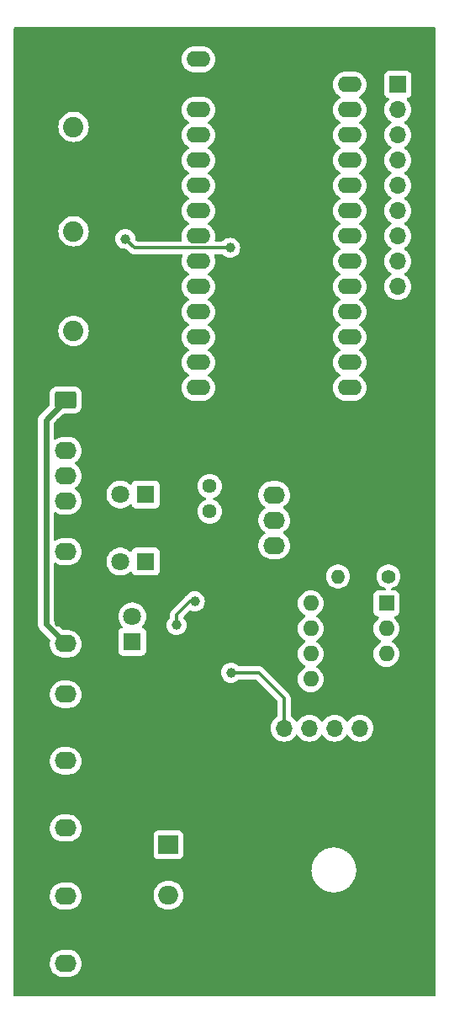
<source format=gbr>
%TF.GenerationSoftware,KiCad,Pcbnew,7.0.6-0*%
%TF.CreationDate,2023-12-30T17:34:11-06:00*%
%TF.ProjectId,fpga_adaptor,66706761-5f61-4646-9170-746f722e6b69,rev?*%
%TF.SameCoordinates,Original*%
%TF.FileFunction,Copper,L2,Bot*%
%TF.FilePolarity,Positive*%
%FSLAX46Y46*%
G04 Gerber Fmt 4.6, Leading zero omitted, Abs format (unit mm)*
G04 Created by KiCad (PCBNEW 7.0.6-0) date 2023-12-30 17:34:11*
%MOMM*%
%LPD*%
G01*
G04 APERTURE LIST*
G04 Aperture macros list*
%AMRoundRect*
0 Rectangle with rounded corners*
0 $1 Rounding radius*
0 $2 $3 $4 $5 $6 $7 $8 $9 X,Y pos of 4 corners*
0 Add a 4 corners polygon primitive as box body*
4,1,4,$2,$3,$4,$5,$6,$7,$8,$9,$2,$3,0*
0 Add four circle primitives for the rounded corners*
1,1,$1+$1,$2,$3*
1,1,$1+$1,$4,$5*
1,1,$1+$1,$6,$7*
1,1,$1+$1,$8,$9*
0 Add four rect primitives between the rounded corners*
20,1,$1+$1,$2,$3,$4,$5,0*
20,1,$1+$1,$4,$5,$6,$7,0*
20,1,$1+$1,$6,$7,$8,$9,0*
20,1,$1+$1,$8,$9,$2,$3,0*%
G04 Aperture macros list end*
%TA.AperFunction,ComponentPad*%
%ADD10R,2.000000X1.905000*%
%TD*%
%TA.AperFunction,ComponentPad*%
%ADD11O,2.000000X1.905000*%
%TD*%
%TA.AperFunction,ComponentPad*%
%ADD12R,1.800000X1.800000*%
%TD*%
%TA.AperFunction,ComponentPad*%
%ADD13C,1.800000*%
%TD*%
%TA.AperFunction,ComponentPad*%
%ADD14C,2.050000*%
%TD*%
%TA.AperFunction,ComponentPad*%
%ADD15C,2.250000*%
%TD*%
%TA.AperFunction,ComponentPad*%
%ADD16RoundRect,0.250000X-0.845000X0.620000X-0.845000X-0.620000X0.845000X-0.620000X0.845000X0.620000X0*%
%TD*%
%TA.AperFunction,ComponentPad*%
%ADD17O,2.190000X1.740000*%
%TD*%
%TA.AperFunction,ComponentPad*%
%ADD18R,1.700000X1.700000*%
%TD*%
%TA.AperFunction,ComponentPad*%
%ADD19O,1.700000X1.700000*%
%TD*%
%TA.AperFunction,ComponentPad*%
%ADD20R,1.600000X1.600000*%
%TD*%
%TA.AperFunction,ComponentPad*%
%ADD21O,1.600000X1.600000*%
%TD*%
%TA.AperFunction,ComponentPad*%
%ADD22R,2.400000X1.600000*%
%TD*%
%TA.AperFunction,ComponentPad*%
%ADD23O,2.400000X1.600000*%
%TD*%
%TA.AperFunction,ComponentPad*%
%ADD24C,1.400000*%
%TD*%
%TA.AperFunction,ComponentPad*%
%ADD25O,1.400000X1.400000*%
%TD*%
%TA.AperFunction,ComponentPad*%
%ADD26C,1.440000*%
%TD*%
%TA.AperFunction,ViaPad*%
%ADD27C,1.000000*%
%TD*%
%TA.AperFunction,ViaPad*%
%ADD28C,3.500000*%
%TD*%
%TA.AperFunction,Conductor*%
%ADD29C,0.300000*%
%TD*%
%TA.AperFunction,Conductor*%
%ADD30C,0.600000*%
%TD*%
G04 APERTURE END LIST*
D10*
%TO.P,U2,1,IN*%
%TO.N,+12V*%
X50590000Y-127210000D03*
D11*
%TO.P,U2,2,GND*%
%TO.N,GND*%
X50590000Y-129750000D03*
%TO.P,U2,3,OUT*%
%TO.N,+5V*%
X50590000Y-132290000D03*
%TD*%
D12*
%TO.P,D3,1,K*%
%TO.N,Net-(D3-K)*%
X48290000Y-92000000D03*
D13*
%TO.P,D3,2,A*%
%TO.N,/codetrack*%
X45750000Y-92000000D03*
%TD*%
D14*
%TO.P,J8,1,In*%
%TO.N,Net-(J8-In)*%
X41040000Y-75540000D03*
D15*
%TO.P,J8,2,Ext*%
%TO.N,GND*%
X43580000Y-78080000D03*
X43580000Y-73000000D03*
X38500000Y-78080000D03*
X38500000Y-73000000D03*
%TD*%
D16*
%TO.P,J4,1,Pin_1*%
%TO.N,GND*%
X40250000Y-136600000D03*
D17*
%TO.P,J4,2,Pin_2*%
%TO.N,+12V*%
X40250000Y-139140000D03*
%TD*%
D18*
%TO.P,J11,1,Pin_1*%
%TO.N,GND*%
X72410000Y-115500000D03*
D19*
%TO.P,J11,2,Pin_2*%
%TO.N,/DIO*%
X69870000Y-115500000D03*
%TO.P,J11,3,Pin_3*%
%TO.N,/CLK*%
X67330000Y-115500000D03*
%TO.P,J11,4,Pin_4*%
%TO.N,/KEYPAD*%
X64790000Y-115500000D03*
%TO.P,J11,5,Pin_5*%
%TO.N,+5V*%
X62250000Y-115500000D03*
%TD*%
D16*
%TO.P,J10,1,Pin_1*%
%TO.N,GND*%
X61250000Y-89500000D03*
D17*
%TO.P,J10,2,Pin_2*%
%TO.N,/epoch*%
X61250000Y-92040000D03*
%TO.P,J10,3,Pin_3*%
%TO.N,/dataclk*%
X61250000Y-94580000D03*
%TO.P,J10,4,Pin_4*%
%TO.N,/data*%
X61250000Y-97120000D03*
%TD*%
D16*
%TO.P,J1,1,Pin_1*%
%TO.N,GND*%
X40250000Y-116230000D03*
D17*
%TO.P,J1,2,Pin_2*%
%TO.N,+12V*%
X40250000Y-118770000D03*
%TD*%
D20*
%TO.P,U9,1,~{RESET}/PB5*%
%TO.N,Net-(U9-~{RESET}{slash}PB5)*%
X72550000Y-102950000D03*
D21*
%TO.P,U9,2,XTAL1/PB3*%
%TO.N,/DIO*%
X72550000Y-105490000D03*
%TO.P,U9,3,XTAL2/PB4*%
%TO.N,/KEYPAD*%
X72550000Y-108030000D03*
%TO.P,U9,4,GND*%
%TO.N,GND*%
X72550000Y-110570000D03*
%TO.P,U9,5,AREF/PB0*%
%TO.N,/FPGA*%
X64930000Y-110570000D03*
%TO.P,U9,6,PB1*%
%TO.N,Net-(U1-J1)*%
X64930000Y-108030000D03*
%TO.P,U9,7,PB2*%
%TO.N,/CLK*%
X64930000Y-105490000D03*
%TO.P,U9,8,VCC*%
%TO.N,Net-(D5-K)*%
X64930000Y-102950000D03*
%TD*%
D16*
%TO.P,J9,1,Pin_1*%
%TO.N,+12V*%
X40250000Y-82500000D03*
D17*
%TO.P,J9,2,Pin_2*%
%TO.N,GND*%
X40250000Y-85040000D03*
%TO.P,J9,3,Pin_3*%
%TO.N,Net-(J9-Pin_3)*%
X40250000Y-87580000D03*
%TO.P,J9,4,Pin_4*%
%TO.N,/codetrack*%
X40250000Y-90120000D03*
%TO.P,J9,5,Pin_5*%
%TO.N,/doptrack*%
X40250000Y-92660000D03*
%TO.P,J9,6,Pin_6*%
%TO.N,GND*%
X40250000Y-95200000D03*
%TO.P,J9,7,Pin_7*%
%TO.N,Net-(J9-Pin_7)*%
X40250000Y-97740000D03*
%TO.P,J9,8,Pin_8*%
%TO.N,GND*%
X40250000Y-100280000D03*
%TD*%
D18*
%TO.P,J13,1,Pin_1*%
%TO.N,GND*%
X73700000Y-73650000D03*
D19*
%TO.P,J13,2,Pin_2*%
X73700000Y-76190000D03*
%TO.P,J13,3,Pin_3*%
X73700000Y-78730000D03*
%TO.P,J13,4,Pin_4*%
X73700000Y-81270000D03*
%TD*%
D14*
%TO.P,J5,1,In*%
%TO.N,Net-(J5-In)*%
X41040000Y-55040000D03*
D15*
%TO.P,J5,2,Ext*%
%TO.N,GND*%
X38500000Y-52500000D03*
X38500000Y-57580000D03*
X43580000Y-52500000D03*
X43580000Y-57580000D03*
%TD*%
D12*
%TO.P,D2,1,K*%
%TO.N,Net-(D2-K)*%
X48290000Y-98750000D03*
D13*
%TO.P,D2,2,A*%
%TO.N,/doptrack*%
X45750000Y-98750000D03*
%TD*%
D22*
%TO.P,U1,1,GND*%
%TO.N,GND*%
X68850000Y-48250000D03*
D23*
%TO.P,U1,2,A2*%
%TO.N,Net-(J12-Pin_1)*%
X68850000Y-50790000D03*
%TO.P,U1,3,A1*%
%TO.N,Net-(J12-Pin_2)*%
X68850000Y-53330000D03*
%TO.P,U1,4,B1*%
%TO.N,Net-(J12-Pin_3)*%
X68850000Y-55870000D03*
%TO.P,U1,5,C2*%
%TO.N,Net-(J12-Pin_4)*%
X68850000Y-58410000D03*
%TO.P,U1,6,C1*%
%TO.N,Net-(J12-Pin_5)*%
X68850000Y-60950000D03*
%TO.P,U1,7,D2*%
%TO.N,Net-(J12-Pin_6)*%
X68850000Y-63490000D03*
%TO.P,U1,8,D1*%
%TO.N,Net-(J12-Pin_7)*%
X68850000Y-66030000D03*
%TO.P,U1,9,E2*%
%TO.N,Net-(J12-Pin_8)*%
X68850000Y-68570000D03*
%TO.P,U1,10,E1*%
%TO.N,Net-(J12-Pin_9)*%
X68850000Y-71110000D03*
%TO.P,U1,11,G2*%
%TO.N,/DIO*%
X68850000Y-73650000D03*
%TO.P,U1,12,H1*%
%TO.N,/FPGA*%
X68850000Y-76190000D03*
%TO.P,U1,13,J1*%
%TO.N,Net-(U1-J1)*%
X68850000Y-78730000D03*
%TO.P,U1,14,H2*%
%TO.N,/CLK*%
X68850000Y-81270000D03*
%TO.P,U1,15,H9*%
%TO.N,/epoch*%
X53610000Y-81270000D03*
%TO.P,U1,16,D9*%
%TO.N,/dataclk*%
X53610000Y-78730000D03*
%TO.P,U1,17,D8*%
%TO.N,/data*%
X53610000Y-76190000D03*
%TO.P,U1,18,C9*%
%TO.N,/pwm*%
X53610000Y-73650000D03*
%TO.P,U1,19,A9*%
%TO.N,/dataedge*%
X53610000Y-71110000D03*
%TO.P,U1,20,B8*%
%TO.N,/codetrack*%
X53610000Y-68570000D03*
%TO.P,U1,21,A8*%
%TO.N,/doptrack*%
X53610000Y-66030000D03*
%TO.P,U1,22,B7*%
%TO.N,/codesign*%
X53610000Y-63490000D03*
%TO.P,U1,23,A7*%
%TO.N,/dithercacode*%
X53610000Y-60950000D03*
%TO.P,U1,24,B6*%
%TO.N,/ifin*%
X53610000Y-58410000D03*
%TO.P,U1,25,A6*%
%TO.N,/clk*%
X53610000Y-55870000D03*
%TO.P,U1,26,3.3*%
%TO.N,+3.3V*%
X53610000Y-53330000D03*
%TO.P,U1,27,GND*%
%TO.N,GND*%
X53610000Y-50790000D03*
%TO.P,U1,28,Vin*%
%TO.N,Net-(D1-K)*%
X53610000Y-48250000D03*
%TD*%
D16*
%TO.P,J3,1,Pin_1*%
%TO.N,GND*%
X40250000Y-123000000D03*
D17*
%TO.P,J3,2,Pin_2*%
%TO.N,+12V*%
X40250000Y-125540000D03*
%TD*%
D16*
%TO.P,J2,1,Pin_1*%
%TO.N,GND*%
X40250000Y-129830000D03*
D17*
%TO.P,J2,2,Pin_2*%
%TO.N,+12V*%
X40250000Y-132370000D03*
%TD*%
D12*
%TO.P,D4,1,K*%
%TO.N,/dataedge*%
X46950000Y-106800000D03*
D13*
%TO.P,D4,2,A*%
%TO.N,Net-(D4-A)*%
X46950000Y-104260000D03*
%TD*%
D24*
%TO.P,R9,1*%
%TO.N,Net-(U9-~{RESET}{slash}PB5)*%
X72750000Y-100250000D03*
D25*
%TO.P,R9,2*%
%TO.N,Net-(D5-K)*%
X67670000Y-100250000D03*
%TD*%
D14*
%TO.P,J6,1,In*%
%TO.N,Net-(J6-In)*%
X41040000Y-65540000D03*
D15*
%TO.P,J6,2,Ext*%
%TO.N,GND*%
X43580000Y-68080000D03*
X43580000Y-63000000D03*
X38500000Y-68080000D03*
X38500000Y-63000000D03*
%TD*%
D18*
%TO.P,J12,1,Pin_1*%
%TO.N,Net-(J12-Pin_1)*%
X73700000Y-50780000D03*
D19*
%TO.P,J12,2,Pin_2*%
%TO.N,Net-(J12-Pin_2)*%
X73700000Y-53320000D03*
%TO.P,J12,3,Pin_3*%
%TO.N,Net-(J12-Pin_3)*%
X73700000Y-55860000D03*
%TO.P,J12,4,Pin_4*%
%TO.N,Net-(J12-Pin_4)*%
X73700000Y-58400000D03*
%TO.P,J12,5,Pin_5*%
%TO.N,Net-(J12-Pin_5)*%
X73700000Y-60940000D03*
%TO.P,J12,6,Pin_6*%
%TO.N,Net-(J12-Pin_6)*%
X73700000Y-63480000D03*
%TO.P,J12,7,Pin_7*%
%TO.N,Net-(J12-Pin_7)*%
X73700000Y-66020000D03*
%TO.P,J12,8,Pin_8*%
%TO.N,Net-(J12-Pin_8)*%
X73700000Y-68560000D03*
%TO.P,J12,9,Pin_9*%
%TO.N,Net-(J12-Pin_9)*%
X73700000Y-71100000D03*
%TD*%
D26*
%TO.P,RV1,1,1*%
%TO.N,+5V*%
X54750000Y-91170000D03*
%TO.P,RV1,2,2*%
%TO.N,Net-(C11-Pad1)*%
X54750000Y-93710000D03*
%TO.P,RV1,3,3*%
%TO.N,GND*%
X54750000Y-96250000D03*
%TD*%
D16*
%TO.P,J7,1,Pin_1*%
%TO.N,GND*%
X40250000Y-104460000D03*
D17*
%TO.P,J7,2,Pin_2*%
%TO.N,+12V*%
X40250000Y-107000000D03*
%TO.P,J7,3,Pin_3*%
%TO.N,GND*%
X40250000Y-109540000D03*
%TO.P,J7,4,Pin_4*%
%TO.N,Net-(J7-Pin_4)*%
X40250000Y-112080000D03*
%TD*%
D27*
%TO.N,GND*%
X55000000Y-83250000D03*
X46800000Y-124400000D03*
X43200000Y-100400000D03*
X72500000Y-123500000D03*
X72500000Y-121250000D03*
X50400000Y-62800000D03*
X49800000Y-122400000D03*
D28*
X75000000Y-87500000D03*
D27*
X43200000Y-95200000D03*
X70000000Y-105500000D03*
D28*
X47500000Y-140000000D03*
X75000000Y-140000000D03*
D27*
X50600000Y-58000000D03*
X57750000Y-100000000D03*
X65700000Y-48000000D03*
X49000000Y-83000000D03*
X63500000Y-84200000D03*
X72800000Y-113000000D03*
X43200000Y-104600000D03*
X60500000Y-102250000D03*
X43400000Y-84600000D03*
X64000000Y-139750000D03*
X60500000Y-67800000D03*
X49500000Y-68500000D03*
D28*
X37500000Y-47500000D03*
D27*
X67000000Y-139750000D03*
%TO.N,+5V*%
X46250000Y-66300000D03*
X56905000Y-109925000D03*
X53250000Y-102750000D03*
X51405000Y-105150000D03*
X56800000Y-67200000D03*
%TD*%
D29*
%TO.N,+5V*%
X52750000Y-102750000D02*
X53250000Y-102750000D01*
X47150000Y-67200000D02*
X56800000Y-67200000D01*
X51405000Y-105150000D02*
X51405000Y-104095000D01*
X56905000Y-109925000D02*
X59675000Y-109925000D01*
X59675000Y-109925000D02*
X62250000Y-112500000D01*
X51405000Y-104095000D02*
X52750000Y-102750000D01*
X62250000Y-112500000D02*
X62250000Y-115500000D01*
X46250000Y-66300000D02*
X47150000Y-67200000D01*
D30*
%TO.N,+12V*%
X40250000Y-107000000D02*
X38250000Y-105000000D01*
X38250000Y-105000000D02*
X38250000Y-84500000D01*
X38250000Y-84500000D02*
X40250000Y-82500000D01*
%TD*%
%TA.AperFunction,Conductor*%
%TO.N,GND*%
G36*
X77432539Y-45030185D02*
G01*
X77478294Y-45082989D01*
X77489500Y-45134500D01*
X77489500Y-142365500D01*
X77469815Y-142432539D01*
X77417011Y-142478294D01*
X77365500Y-142489500D01*
X35134500Y-142489500D01*
X35067461Y-142469815D01*
X35021706Y-142417011D01*
X35010500Y-142365500D01*
X35010500Y-139081624D01*
X38650784Y-139081624D01*
X38660685Y-139314700D01*
X38660686Y-139314709D01*
X38709836Y-139542766D01*
X38709837Y-139542769D01*
X38796819Y-139759231D01*
X38796821Y-139759235D01*
X38919138Y-139957891D01*
X38999083Y-140048726D01*
X39073270Y-140133019D01*
X39073273Y-140133022D01*
X39254773Y-140279573D01*
X39254779Y-140279578D01*
X39458445Y-140393353D01*
X39458448Y-140393354D01*
X39678416Y-140471073D01*
X39806725Y-140493074D01*
X39908344Y-140510499D01*
X39908353Y-140510500D01*
X40533221Y-140510500D01*
X40707446Y-140495671D01*
X40707446Y-140495670D01*
X40707453Y-140495670D01*
X40933219Y-140436885D01*
X41145802Y-140340792D01*
X41339088Y-140210153D01*
X41507516Y-140048728D01*
X41646240Y-139861161D01*
X41751270Y-139652847D01*
X41819583Y-139429780D01*
X41849216Y-139198376D01*
X41839314Y-138965293D01*
X41790164Y-138737235D01*
X41703179Y-138520765D01*
X41580862Y-138322109D01*
X41426731Y-138146982D01*
X41426729Y-138146980D01*
X41426726Y-138146977D01*
X41245226Y-138000426D01*
X41245220Y-138000421D01*
X41041554Y-137886646D01*
X40821591Y-137808929D01*
X40821586Y-137808927D01*
X40821584Y-137808927D01*
X40821580Y-137808926D01*
X40821579Y-137808926D01*
X40591655Y-137769500D01*
X40591647Y-137769500D01*
X39966784Y-137769500D01*
X39966779Y-137769500D01*
X39792553Y-137784328D01*
X39792551Y-137784329D01*
X39566781Y-137843114D01*
X39354197Y-137939208D01*
X39160911Y-138069847D01*
X39160909Y-138069849D01*
X38992483Y-138231272D01*
X38992482Y-138231273D01*
X38853762Y-138418834D01*
X38748733Y-138627147D01*
X38748730Y-138627153D01*
X38680416Y-138850223D01*
X38650784Y-139081624D01*
X35010500Y-139081624D01*
X35010500Y-132311624D01*
X38650784Y-132311624D01*
X38660685Y-132544700D01*
X38660686Y-132544709D01*
X38709836Y-132772766D01*
X38709837Y-132772769D01*
X38796819Y-132989231D01*
X38796821Y-132989235D01*
X38919138Y-133187891D01*
X38997973Y-133277465D01*
X39073270Y-133363019D01*
X39073273Y-133363022D01*
X39254773Y-133509573D01*
X39254779Y-133509578D01*
X39458445Y-133623353D01*
X39458448Y-133623354D01*
X39678416Y-133701073D01*
X39806725Y-133723074D01*
X39908344Y-133740499D01*
X39908353Y-133740500D01*
X40533221Y-133740500D01*
X40707446Y-133725671D01*
X40707446Y-133725670D01*
X40707453Y-133725670D01*
X40933219Y-133666885D01*
X41145802Y-133570792D01*
X41339088Y-133440153D01*
X41507516Y-133278728D01*
X41646240Y-133091161D01*
X41751270Y-132882847D01*
X41819583Y-132659780D01*
X41849216Y-132428376D01*
X41848452Y-132410399D01*
X49089500Y-132410399D01*
X49092500Y-132428376D01*
X49129134Y-132647916D01*
X49207318Y-132875656D01*
X49207321Y-132875665D01*
X49321929Y-133087441D01*
X49324828Y-133091165D01*
X49469829Y-133277463D01*
X49646990Y-133440551D01*
X49848578Y-133572255D01*
X50069095Y-133668983D01*
X50302524Y-133728095D01*
X50482400Y-133743000D01*
X50482402Y-133743000D01*
X50697598Y-133743000D01*
X50697600Y-133743000D01*
X50877476Y-133728095D01*
X51110905Y-133668983D01*
X51331422Y-133572255D01*
X51533010Y-133440551D01*
X51710171Y-133277463D01*
X51858072Y-133087439D01*
X51972679Y-132875664D01*
X52050866Y-132647913D01*
X52090500Y-132410399D01*
X52090500Y-132169601D01*
X52050866Y-131932087D01*
X52040787Y-131902729D01*
X52004197Y-131796144D01*
X51972679Y-131704336D01*
X51858072Y-131492561D01*
X51710171Y-131302537D01*
X51533010Y-131139449D01*
X51331422Y-131007745D01*
X51331419Y-131007743D01*
X51331418Y-131007743D01*
X51110905Y-130911017D01*
X50877472Y-130851904D01*
X50733329Y-130839960D01*
X50697600Y-130837000D01*
X50482400Y-130837000D01*
X50449898Y-130839693D01*
X50302527Y-130851904D01*
X50069094Y-130911017D01*
X49848581Y-131007743D01*
X49646990Y-131139449D01*
X49499621Y-131275112D01*
X49469829Y-131302537D01*
X49436973Y-131344751D01*
X49321929Y-131492558D01*
X49207321Y-131704334D01*
X49207318Y-131704343D01*
X49129134Y-131932083D01*
X49097426Y-132122098D01*
X49089500Y-132169601D01*
X49089500Y-132410399D01*
X41848452Y-132410399D01*
X41839314Y-132195293D01*
X41790164Y-131967235D01*
X41703179Y-131750765D01*
X41580862Y-131552109D01*
X41426731Y-131376982D01*
X41426729Y-131376980D01*
X41426726Y-131376977D01*
X41245226Y-131230426D01*
X41245220Y-131230421D01*
X41041554Y-131116646D01*
X40821591Y-131038929D01*
X40821586Y-131038927D01*
X40821584Y-131038927D01*
X40821580Y-131038926D01*
X40821579Y-131038926D01*
X40591655Y-130999500D01*
X40591647Y-130999500D01*
X39966784Y-130999500D01*
X39966779Y-130999500D01*
X39792553Y-131014328D01*
X39792551Y-131014329D01*
X39566781Y-131073114D01*
X39354197Y-131169208D01*
X39160911Y-131299847D01*
X39160909Y-131299849D01*
X38992483Y-131461272D01*
X38992482Y-131461273D01*
X38853762Y-131648834D01*
X38748733Y-131857147D01*
X38748730Y-131857153D01*
X38680416Y-132080223D01*
X38650784Y-132311624D01*
X35010500Y-132311624D01*
X35010500Y-129750001D01*
X64994671Y-129750001D01*
X64996835Y-129783027D01*
X64996933Y-129789155D01*
X64995723Y-129825367D01*
X64995723Y-129825376D01*
X65006880Y-129936281D01*
X65013965Y-130044376D01*
X65013966Y-130044389D01*
X65021050Y-130080003D01*
X65021930Y-130085891D01*
X65025882Y-130125164D01*
X65050996Y-130230546D01*
X65071516Y-130333711D01*
X65071518Y-130333719D01*
X65084230Y-130371171D01*
X65085831Y-130376727D01*
X65095728Y-130418252D01*
X65095730Y-130418257D01*
X65095731Y-130418261D01*
X65133542Y-130516437D01*
X65158825Y-130590917D01*
X65166348Y-130613076D01*
X65185263Y-130651433D01*
X65187515Y-130656573D01*
X65204019Y-130699428D01*
X65204023Y-130699436D01*
X65253076Y-130788946D01*
X65296822Y-130877655D01*
X65296833Y-130877673D01*
X65322380Y-130915907D01*
X65325199Y-130920557D01*
X65348822Y-130963659D01*
X65348829Y-130963671D01*
X65406671Y-131042175D01*
X65408308Y-131044507D01*
X65449366Y-131105955D01*
X65460727Y-131122957D01*
X65475190Y-131139449D01*
X65493182Y-131159965D01*
X65496482Y-131164068D01*
X65527551Y-131206235D01*
X65593114Y-131274028D01*
X65595160Y-131276249D01*
X65655242Y-131344758D01*
X65690025Y-131375262D01*
X65694670Y-131379336D01*
X65698358Y-131382849D01*
X65737018Y-131422822D01*
X65737020Y-131422824D01*
X65764375Y-131444426D01*
X65808495Y-131479267D01*
X65810950Y-131481311D01*
X65877040Y-131539270D01*
X65877040Y-131539271D01*
X65923336Y-131570205D01*
X65927307Y-131573092D01*
X65973485Y-131609558D01*
X66039796Y-131648834D01*
X66049059Y-131654320D01*
X66051897Y-131656106D01*
X66103617Y-131690665D01*
X66122338Y-131703174D01*
X66139190Y-131711484D01*
X66175187Y-131729236D01*
X66179318Y-131731473D01*
X66211889Y-131750765D01*
X66232717Y-131763102D01*
X66232722Y-131763104D01*
X66232730Y-131763109D01*
X66310665Y-131796156D01*
X66313826Y-131797604D01*
X66386923Y-131833652D01*
X66445759Y-131853624D01*
X66450014Y-131855245D01*
X66510128Y-131880736D01*
X66588640Y-131902242D01*
X66592160Y-131903320D01*
X66666278Y-131928481D01*
X66724967Y-131940154D01*
X66730384Y-131941232D01*
X66734658Y-131942241D01*
X66800729Y-131960340D01*
X66878224Y-131970761D01*
X66882037Y-131971397D01*
X66955620Y-131986034D01*
X67024067Y-131990519D01*
X67028246Y-131990937D01*
X67099347Y-132000500D01*
X67174302Y-132000500D01*
X67178349Y-132000632D01*
X67210372Y-132002731D01*
X67249994Y-132005329D01*
X67250000Y-132005329D01*
X67250004Y-132005329D01*
X67260762Y-132004623D01*
X67322081Y-132000604D01*
X67325222Y-132000500D01*
X67325244Y-132000500D01*
X67398842Y-131995573D01*
X67544380Y-131986034D01*
X67544409Y-131986028D01*
X67545522Y-131985882D01*
X67549478Y-131985489D01*
X67550634Y-131985412D01*
X67693658Y-131956341D01*
X67833722Y-131928481D01*
X67834442Y-131928236D01*
X67842018Y-131926185D01*
X67845903Y-131925396D01*
X67980821Y-131878547D01*
X68113077Y-131833652D01*
X68116687Y-131831871D01*
X68123754Y-131828914D01*
X68130537Y-131826560D01*
X68255220Y-131763554D01*
X68377665Y-131703172D01*
X68383700Y-131699138D01*
X68390164Y-131695364D01*
X68399459Y-131690668D01*
X68512040Y-131613385D01*
X68622957Y-131539273D01*
X68630840Y-131532358D01*
X68636622Y-131527863D01*
X68647869Y-131520144D01*
X68746824Y-131430643D01*
X68844758Y-131344758D01*
X68853799Y-131334446D01*
X68858823Y-131329345D01*
X68871333Y-131318032D01*
X68955443Y-131218545D01*
X69039273Y-131122957D01*
X69048687Y-131108866D01*
X69052895Y-131103279D01*
X69065863Y-131087941D01*
X69065865Y-131087939D01*
X69134276Y-130980775D01*
X69203172Y-130877665D01*
X69212098Y-130859562D01*
X69215441Y-130853631D01*
X69227993Y-130833970D01*
X69280195Y-130721476D01*
X69333652Y-130613077D01*
X69341179Y-130590899D01*
X69343641Y-130584752D01*
X69354823Y-130560658D01*
X69390632Y-130445219D01*
X69428481Y-130333722D01*
X69433677Y-130307597D01*
X69435271Y-130301316D01*
X69444093Y-130272879D01*
X69463676Y-130156782D01*
X69486034Y-130044380D01*
X69487986Y-130014576D01*
X69488714Y-130008342D01*
X69494209Y-129975770D01*
X69498038Y-129861231D01*
X69500389Y-129825367D01*
X69505329Y-129750005D01*
X69505329Y-129750001D01*
X69505329Y-129750000D01*
X69503162Y-129716955D01*
X69503065Y-129710849D01*
X69504277Y-129674631D01*
X69493119Y-129563718D01*
X69486034Y-129455620D01*
X69478944Y-129419977D01*
X69478068Y-129414107D01*
X69474118Y-129374840D01*
X69474118Y-129374838D01*
X69449003Y-129269454D01*
X69428481Y-129166278D01*
X69415764Y-129128816D01*
X69414169Y-129123283D01*
X69404269Y-129081739D01*
X69366457Y-128983562D01*
X69333652Y-128886923D01*
X69314732Y-128848556D01*
X69312485Y-128843429D01*
X69295977Y-128800566D01*
X69264285Y-128742737D01*
X69246919Y-128711046D01*
X69223224Y-128662998D01*
X69203172Y-128622336D01*
X69177612Y-128584083D01*
X69174798Y-128579444D01*
X69151175Y-128536335D01*
X69093312Y-128457802D01*
X69091706Y-128455514D01*
X69039273Y-128377043D01*
X69006817Y-128340033D01*
X69003516Y-128335930D01*
X68972450Y-128293768D01*
X68972446Y-128293762D01*
X68949448Y-128269982D01*
X68906884Y-128225970D01*
X68904838Y-128223749D01*
X68844760Y-128155244D01*
X68805322Y-128120656D01*
X68801635Y-128117144D01*
X68762981Y-128077176D01*
X68691514Y-128020740D01*
X68689059Y-128018696D01*
X68622960Y-127960729D01*
X68576656Y-127929788D01*
X68572677Y-127926894D01*
X68526517Y-127890443D01*
X68511677Y-127881653D01*
X68450918Y-127845666D01*
X68448089Y-127843884D01*
X68377666Y-127796828D01*
X68324821Y-127770767D01*
X68320668Y-127768518D01*
X68267270Y-127736891D01*
X68267266Y-127736889D01*
X68267262Y-127736887D01*
X68237641Y-127724327D01*
X68189346Y-127703847D01*
X68186157Y-127702386D01*
X68113075Y-127666347D01*
X68054243Y-127646375D01*
X68049969Y-127644746D01*
X68011174Y-127628297D01*
X67989872Y-127619264D01*
X67989868Y-127619263D01*
X67989866Y-127619262D01*
X67911365Y-127597757D01*
X67907815Y-127596670D01*
X67833734Y-127571522D01*
X67833723Y-127571519D01*
X67833722Y-127571519D01*
X67769608Y-127558765D01*
X67765333Y-127557756D01*
X67699281Y-127539662D01*
X67699265Y-127539658D01*
X67621792Y-127529239D01*
X67617962Y-127528601D01*
X67571006Y-127519262D01*
X67544380Y-127513966D01*
X67544377Y-127513965D01*
X67544374Y-127513965D01*
X67475959Y-127509481D01*
X67471750Y-127509061D01*
X67437282Y-127504426D01*
X67400653Y-127499500D01*
X67400650Y-127499500D01*
X67325698Y-127499500D01*
X67321650Y-127499367D01*
X67289627Y-127497268D01*
X67250006Y-127494671D01*
X67250002Y-127494671D01*
X67250000Y-127494671D01*
X67201934Y-127497821D01*
X67177985Y-127499391D01*
X67174765Y-127499499D01*
X67101157Y-127504426D01*
X66955620Y-127513965D01*
X66954420Y-127514123D01*
X66950506Y-127514511D01*
X66949375Y-127514587D01*
X66949372Y-127514587D01*
X66949366Y-127514588D01*
X66806341Y-127543658D01*
X66666277Y-127571518D01*
X66666270Y-127571520D01*
X66665508Y-127571779D01*
X66657943Y-127573822D01*
X66654098Y-127574603D01*
X66590548Y-127596670D01*
X66519178Y-127621452D01*
X66473442Y-127636977D01*
X66386927Y-127666346D01*
X66386922Y-127666348D01*
X66383320Y-127668124D01*
X66376241Y-127671086D01*
X66369462Y-127673440D01*
X66244757Y-127736456D01*
X66122343Y-127796823D01*
X66122328Y-127796832D01*
X66116301Y-127800858D01*
X66109828Y-127804637D01*
X66100544Y-127809329D01*
X65987943Y-127886625D01*
X65923346Y-127929788D01*
X65877043Y-127960727D01*
X65869156Y-127967642D01*
X65863373Y-127972138D01*
X65852132Y-127979854D01*
X65753175Y-128069356D01*
X65655241Y-128155242D01*
X65646196Y-128165555D01*
X65641175Y-128170653D01*
X65628668Y-128181966D01*
X65544556Y-128281454D01*
X65460726Y-128377042D01*
X65451308Y-128391136D01*
X65447106Y-128396716D01*
X65434141Y-128412052D01*
X65434140Y-128412053D01*
X65365715Y-128519237D01*
X65296830Y-128622331D01*
X65287905Y-128640427D01*
X65284560Y-128646362D01*
X65272006Y-128666031D01*
X65219801Y-128778530D01*
X65166350Y-128886918D01*
X65166345Y-128886930D01*
X65158822Y-128909089D01*
X65156353Y-128915257D01*
X65145176Y-128939344D01*
X65145171Y-128939358D01*
X65109367Y-129054780D01*
X65071518Y-129166279D01*
X65071516Y-129166288D01*
X65066320Y-129192410D01*
X65064728Y-129198683D01*
X65055907Y-129227119D01*
X65055907Y-129227121D01*
X65036323Y-129343217D01*
X65021051Y-129420002D01*
X65013965Y-129455627D01*
X65013964Y-129455628D01*
X65012012Y-129485416D01*
X65011281Y-129491673D01*
X65005791Y-129524231D01*
X65001961Y-129638768D01*
X64994671Y-129750001D01*
X35010500Y-129750001D01*
X35010500Y-128210370D01*
X49089500Y-128210370D01*
X49089501Y-128210376D01*
X49095908Y-128269983D01*
X49146202Y-128404828D01*
X49146206Y-128404835D01*
X49232452Y-128520044D01*
X49232455Y-128520047D01*
X49347664Y-128606293D01*
X49347671Y-128606297D01*
X49482517Y-128656591D01*
X49482516Y-128656591D01*
X49489444Y-128657335D01*
X49542127Y-128663000D01*
X51637872Y-128662999D01*
X51697483Y-128656591D01*
X51832331Y-128606296D01*
X51947546Y-128520046D01*
X52033796Y-128404831D01*
X52084091Y-128269983D01*
X52090500Y-128210373D01*
X52090499Y-126209628D01*
X52084091Y-126150017D01*
X52033796Y-126015169D01*
X52033795Y-126015168D01*
X52033793Y-126015164D01*
X51947547Y-125899955D01*
X51947544Y-125899952D01*
X51832335Y-125813706D01*
X51832328Y-125813702D01*
X51697482Y-125763408D01*
X51697483Y-125763408D01*
X51637883Y-125757001D01*
X51637881Y-125757000D01*
X51637873Y-125757000D01*
X51637864Y-125757000D01*
X49542129Y-125757000D01*
X49542123Y-125757001D01*
X49482516Y-125763408D01*
X49347671Y-125813702D01*
X49347664Y-125813706D01*
X49232455Y-125899952D01*
X49232452Y-125899955D01*
X49146206Y-126015164D01*
X49146202Y-126015171D01*
X49095908Y-126150017D01*
X49089501Y-126209616D01*
X49089501Y-126209623D01*
X49089500Y-126209635D01*
X49089500Y-128210370D01*
X35010500Y-128210370D01*
X35010500Y-125481624D01*
X38650784Y-125481624D01*
X38660685Y-125714700D01*
X38660686Y-125714709D01*
X38709836Y-125942766D01*
X38709837Y-125942769D01*
X38796819Y-126159231D01*
X38796821Y-126159235D01*
X38919138Y-126357891D01*
X38999083Y-126448726D01*
X39073270Y-126533019D01*
X39073273Y-126533022D01*
X39254773Y-126679573D01*
X39254779Y-126679578D01*
X39458445Y-126793353D01*
X39458448Y-126793354D01*
X39678416Y-126871073D01*
X39806725Y-126893074D01*
X39908344Y-126910499D01*
X39908353Y-126910500D01*
X40533221Y-126910500D01*
X40707446Y-126895671D01*
X40707446Y-126895670D01*
X40707453Y-126895670D01*
X40933219Y-126836885D01*
X41145802Y-126740792D01*
X41339088Y-126610153D01*
X41507516Y-126448728D01*
X41646240Y-126261161D01*
X41751270Y-126052847D01*
X41819583Y-125829780D01*
X41849216Y-125598376D01*
X41839314Y-125365293D01*
X41790164Y-125137235D01*
X41703179Y-124920765D01*
X41580862Y-124722109D01*
X41426731Y-124546982D01*
X41426729Y-124546980D01*
X41426726Y-124546977D01*
X41245226Y-124400426D01*
X41245220Y-124400421D01*
X41041554Y-124286646D01*
X40821591Y-124208929D01*
X40821586Y-124208927D01*
X40821584Y-124208927D01*
X40821580Y-124208926D01*
X40821579Y-124208926D01*
X40591655Y-124169500D01*
X40591647Y-124169500D01*
X39966784Y-124169500D01*
X39966779Y-124169500D01*
X39792553Y-124184328D01*
X39792551Y-124184329D01*
X39566781Y-124243114D01*
X39354197Y-124339208D01*
X39160911Y-124469847D01*
X39160909Y-124469849D01*
X38992483Y-124631272D01*
X38992482Y-124631273D01*
X38853762Y-124818834D01*
X38748733Y-125027147D01*
X38748730Y-125027153D01*
X38680416Y-125250223D01*
X38650784Y-125481624D01*
X35010500Y-125481624D01*
X35010500Y-118711624D01*
X38650784Y-118711624D01*
X38660685Y-118944700D01*
X38660686Y-118944709D01*
X38709836Y-119172766D01*
X38709837Y-119172769D01*
X38796819Y-119389231D01*
X38796821Y-119389235D01*
X38919138Y-119587891D01*
X38999083Y-119678726D01*
X39073270Y-119763019D01*
X39073273Y-119763022D01*
X39254773Y-119909573D01*
X39254779Y-119909578D01*
X39458445Y-120023353D01*
X39458448Y-120023354D01*
X39678416Y-120101073D01*
X39806725Y-120123074D01*
X39908344Y-120140499D01*
X39908353Y-120140500D01*
X40533221Y-120140500D01*
X40707446Y-120125671D01*
X40707446Y-120125670D01*
X40707453Y-120125670D01*
X40933219Y-120066885D01*
X41145802Y-119970792D01*
X41339088Y-119840153D01*
X41507516Y-119678728D01*
X41646240Y-119491161D01*
X41751270Y-119282847D01*
X41819583Y-119059780D01*
X41849216Y-118828376D01*
X41839314Y-118595293D01*
X41790164Y-118367235D01*
X41703179Y-118150765D01*
X41580862Y-117952109D01*
X41426731Y-117776982D01*
X41426729Y-117776980D01*
X41426726Y-117776977D01*
X41245226Y-117630426D01*
X41245220Y-117630421D01*
X41041554Y-117516646D01*
X40821591Y-117438929D01*
X40821586Y-117438927D01*
X40821584Y-117438927D01*
X40821580Y-117438926D01*
X40821579Y-117438926D01*
X40591655Y-117399500D01*
X40591647Y-117399500D01*
X39966784Y-117399500D01*
X39966779Y-117399500D01*
X39792553Y-117414328D01*
X39792551Y-117414329D01*
X39566781Y-117473114D01*
X39354197Y-117569208D01*
X39160911Y-117699847D01*
X39160909Y-117699849D01*
X38992483Y-117861272D01*
X38992482Y-117861273D01*
X38853762Y-118048834D01*
X38748733Y-118257147D01*
X38748730Y-118257153D01*
X38680416Y-118480223D01*
X38650784Y-118711624D01*
X35010500Y-118711624D01*
X35010500Y-112021624D01*
X38650784Y-112021624D01*
X38660685Y-112254700D01*
X38660686Y-112254709D01*
X38709836Y-112482766D01*
X38709837Y-112482769D01*
X38796819Y-112699231D01*
X38796821Y-112699235D01*
X38919138Y-112897891D01*
X38999083Y-112988726D01*
X39073270Y-113073019D01*
X39073273Y-113073022D01*
X39254773Y-113219573D01*
X39254779Y-113219578D01*
X39458445Y-113333353D01*
X39458448Y-113333354D01*
X39678416Y-113411073D01*
X39806725Y-113433074D01*
X39908344Y-113450499D01*
X39908353Y-113450500D01*
X40533221Y-113450500D01*
X40707446Y-113435671D01*
X40707446Y-113435670D01*
X40707453Y-113435670D01*
X40933219Y-113376885D01*
X41145802Y-113280792D01*
X41339088Y-113150153D01*
X41507516Y-112988728D01*
X41646240Y-112801161D01*
X41751270Y-112592847D01*
X41819583Y-112369780D01*
X41849216Y-112138376D01*
X41847506Y-112098135D01*
X41839314Y-111905299D01*
X41839314Y-111905293D01*
X41790164Y-111677235D01*
X41703179Y-111460765D01*
X41580862Y-111262109D01*
X41426731Y-111086982D01*
X41426729Y-111086980D01*
X41426726Y-111086977D01*
X41245226Y-110940426D01*
X41245220Y-110940421D01*
X41041554Y-110826646D01*
X40821591Y-110748929D01*
X40821586Y-110748927D01*
X40821584Y-110748927D01*
X40821580Y-110748926D01*
X40821579Y-110748926D01*
X40591655Y-110709500D01*
X40591647Y-110709500D01*
X39966784Y-110709500D01*
X39966779Y-110709500D01*
X39792553Y-110724328D01*
X39792551Y-110724329D01*
X39566781Y-110783114D01*
X39354197Y-110879208D01*
X39160911Y-111009847D01*
X39160909Y-111009849D01*
X38992483Y-111171272D01*
X38992482Y-111171273D01*
X38853762Y-111358834D01*
X38748733Y-111567147D01*
X38748730Y-111567153D01*
X38680416Y-111790223D01*
X38650784Y-112021624D01*
X35010500Y-112021624D01*
X35010500Y-109925000D01*
X55899659Y-109925000D01*
X55918975Y-110121129D01*
X55976188Y-110309733D01*
X56069086Y-110483532D01*
X56069090Y-110483539D01*
X56194116Y-110635883D01*
X56346460Y-110760909D01*
X56346467Y-110760913D01*
X56520266Y-110853811D01*
X56520269Y-110853811D01*
X56520273Y-110853814D01*
X56708868Y-110911024D01*
X56905000Y-110930341D01*
X57101132Y-110911024D01*
X57289727Y-110853814D01*
X57463538Y-110760910D01*
X57615883Y-110635883D01*
X57628231Y-110620836D01*
X57685978Y-110581501D01*
X57724086Y-110575500D01*
X59354192Y-110575500D01*
X59421231Y-110595185D01*
X59441873Y-110611819D01*
X61563181Y-112733127D01*
X61596666Y-112794450D01*
X61599500Y-112820808D01*
X61599500Y-114242278D01*
X61579815Y-114309317D01*
X61546623Y-114343853D01*
X61378597Y-114461505D01*
X61211505Y-114628597D01*
X61075965Y-114822169D01*
X61075964Y-114822171D01*
X60976098Y-115036335D01*
X60976094Y-115036344D01*
X60914938Y-115264586D01*
X60914936Y-115264596D01*
X60894341Y-115499999D01*
X60894341Y-115500000D01*
X60914936Y-115735403D01*
X60914938Y-115735413D01*
X60976094Y-115963655D01*
X60976096Y-115963659D01*
X60976097Y-115963663D01*
X60980000Y-115972032D01*
X61075965Y-116177830D01*
X61075967Y-116177834D01*
X61184281Y-116332521D01*
X61211505Y-116371401D01*
X61378599Y-116538495D01*
X61475384Y-116606264D01*
X61572165Y-116674032D01*
X61572167Y-116674033D01*
X61572170Y-116674035D01*
X61786337Y-116773903D01*
X62014592Y-116835063D01*
X62202918Y-116851539D01*
X62249999Y-116855659D01*
X62250000Y-116855659D01*
X62250001Y-116855659D01*
X62289234Y-116852226D01*
X62485408Y-116835063D01*
X62713663Y-116773903D01*
X62927830Y-116674035D01*
X63121401Y-116538495D01*
X63288495Y-116371401D01*
X63418424Y-116185842D01*
X63473002Y-116142217D01*
X63542500Y-116135023D01*
X63604855Y-116166546D01*
X63621575Y-116185842D01*
X63751500Y-116371395D01*
X63751505Y-116371401D01*
X63918599Y-116538495D01*
X64015384Y-116606264D01*
X64112165Y-116674032D01*
X64112167Y-116674033D01*
X64112170Y-116674035D01*
X64326337Y-116773903D01*
X64554592Y-116835063D01*
X64742918Y-116851539D01*
X64789999Y-116855659D01*
X64790000Y-116855659D01*
X64790001Y-116855659D01*
X64829234Y-116852226D01*
X65025408Y-116835063D01*
X65253663Y-116773903D01*
X65467830Y-116674035D01*
X65661401Y-116538495D01*
X65828495Y-116371401D01*
X65958424Y-116185842D01*
X66013002Y-116142217D01*
X66082500Y-116135023D01*
X66144855Y-116166546D01*
X66161575Y-116185842D01*
X66291500Y-116371395D01*
X66291505Y-116371401D01*
X66458599Y-116538495D01*
X66555384Y-116606264D01*
X66652165Y-116674032D01*
X66652167Y-116674033D01*
X66652170Y-116674035D01*
X66866337Y-116773903D01*
X67094592Y-116835063D01*
X67282918Y-116851539D01*
X67329999Y-116855659D01*
X67330000Y-116855659D01*
X67330001Y-116855659D01*
X67369234Y-116852226D01*
X67565408Y-116835063D01*
X67793663Y-116773903D01*
X68007830Y-116674035D01*
X68201401Y-116538495D01*
X68368495Y-116371401D01*
X68498424Y-116185842D01*
X68553002Y-116142217D01*
X68622500Y-116135023D01*
X68684855Y-116166546D01*
X68701575Y-116185842D01*
X68831500Y-116371395D01*
X68831505Y-116371401D01*
X68998599Y-116538495D01*
X69095384Y-116606264D01*
X69192165Y-116674032D01*
X69192167Y-116674033D01*
X69192170Y-116674035D01*
X69406337Y-116773903D01*
X69634592Y-116835063D01*
X69822918Y-116851539D01*
X69869999Y-116855659D01*
X69870000Y-116855659D01*
X69870001Y-116855659D01*
X69909234Y-116852226D01*
X70105408Y-116835063D01*
X70333663Y-116773903D01*
X70547830Y-116674035D01*
X70741401Y-116538495D01*
X70908495Y-116371401D01*
X71044035Y-116177830D01*
X71143903Y-115963663D01*
X71205063Y-115735408D01*
X71225659Y-115500000D01*
X71205063Y-115264592D01*
X71143903Y-115036337D01*
X71044035Y-114822171D01*
X71038425Y-114814158D01*
X70908494Y-114628597D01*
X70741402Y-114461506D01*
X70741395Y-114461501D01*
X70547834Y-114325967D01*
X70547830Y-114325965D01*
X70469148Y-114289275D01*
X70333663Y-114226097D01*
X70333659Y-114226096D01*
X70333655Y-114226094D01*
X70105413Y-114164938D01*
X70105403Y-114164936D01*
X69870001Y-114144341D01*
X69869999Y-114144341D01*
X69634596Y-114164936D01*
X69634586Y-114164938D01*
X69406344Y-114226094D01*
X69406335Y-114226098D01*
X69192171Y-114325964D01*
X69192169Y-114325965D01*
X68998597Y-114461505D01*
X68831505Y-114628597D01*
X68701575Y-114814158D01*
X68646998Y-114857783D01*
X68577500Y-114864977D01*
X68515145Y-114833454D01*
X68498425Y-114814158D01*
X68368494Y-114628597D01*
X68201402Y-114461506D01*
X68201395Y-114461501D01*
X68007834Y-114325967D01*
X68007830Y-114325965D01*
X67929148Y-114289275D01*
X67793663Y-114226097D01*
X67793659Y-114226096D01*
X67793655Y-114226094D01*
X67565413Y-114164938D01*
X67565403Y-114164936D01*
X67330001Y-114144341D01*
X67329999Y-114144341D01*
X67094596Y-114164936D01*
X67094586Y-114164938D01*
X66866344Y-114226094D01*
X66866335Y-114226098D01*
X66652171Y-114325964D01*
X66652169Y-114325965D01*
X66458597Y-114461505D01*
X66291505Y-114628597D01*
X66161575Y-114814158D01*
X66106998Y-114857783D01*
X66037500Y-114864977D01*
X65975145Y-114833454D01*
X65958425Y-114814158D01*
X65828494Y-114628597D01*
X65661402Y-114461506D01*
X65661395Y-114461501D01*
X65467834Y-114325967D01*
X65467830Y-114325965D01*
X65389148Y-114289275D01*
X65253663Y-114226097D01*
X65253659Y-114226096D01*
X65253655Y-114226094D01*
X65025413Y-114164938D01*
X65025403Y-114164936D01*
X64790001Y-114144341D01*
X64789999Y-114144341D01*
X64554596Y-114164936D01*
X64554586Y-114164938D01*
X64326344Y-114226094D01*
X64326335Y-114226098D01*
X64112171Y-114325964D01*
X64112169Y-114325965D01*
X63918597Y-114461505D01*
X63751505Y-114628597D01*
X63621575Y-114814158D01*
X63566998Y-114857783D01*
X63497500Y-114864977D01*
X63435145Y-114833454D01*
X63418425Y-114814158D01*
X63288494Y-114628597D01*
X63121402Y-114461506D01*
X63121401Y-114461505D01*
X62953374Y-114343851D01*
X62909751Y-114289275D01*
X62900500Y-114242282D01*
X62900500Y-112585502D01*
X62902268Y-112569489D01*
X62902026Y-112569467D01*
X62902758Y-112561711D01*
X62902760Y-112561704D01*
X62900500Y-112489796D01*
X62900500Y-112459075D01*
X62899579Y-112451788D01*
X62899122Y-112445979D01*
X62897597Y-112397431D01*
X62891676Y-112377053D01*
X62887731Y-112358004D01*
X62885071Y-112336942D01*
X62867185Y-112291769D01*
X62865296Y-112286249D01*
X62851743Y-112239600D01*
X62840940Y-112221334D01*
X62832378Y-112203856D01*
X62824568Y-112184129D01*
X62824565Y-112184125D01*
X62796014Y-112144827D01*
X62792811Y-112139951D01*
X62791878Y-112138373D01*
X62768081Y-112098135D01*
X62768079Y-112098133D01*
X62768078Y-112098131D01*
X62753075Y-112083129D01*
X62740435Y-112068330D01*
X62727961Y-112051160D01*
X62690528Y-112020194D01*
X62686206Y-112016260D01*
X61239947Y-110570001D01*
X63624532Y-110570001D01*
X63644364Y-110796686D01*
X63644366Y-110796697D01*
X63703258Y-111016488D01*
X63703261Y-111016497D01*
X63799431Y-111222732D01*
X63799432Y-111222734D01*
X63929954Y-111409141D01*
X64090858Y-111570045D01*
X64090861Y-111570047D01*
X64277266Y-111700568D01*
X64483504Y-111796739D01*
X64703308Y-111855635D01*
X64865230Y-111869801D01*
X64929998Y-111875468D01*
X64930000Y-111875468D01*
X64930002Y-111875468D01*
X64986672Y-111870509D01*
X65156692Y-111855635D01*
X65376496Y-111796739D01*
X65582734Y-111700568D01*
X65769139Y-111570047D01*
X65930047Y-111409139D01*
X66060568Y-111222734D01*
X66156739Y-111016496D01*
X66215635Y-110796692D01*
X66235468Y-110570000D01*
X66215635Y-110343308D01*
X66156739Y-110123504D01*
X66060568Y-109917266D01*
X65930047Y-109730861D01*
X65930045Y-109730858D01*
X65769141Y-109569954D01*
X65582734Y-109439432D01*
X65582728Y-109439429D01*
X65524725Y-109412382D01*
X65472285Y-109366210D01*
X65453133Y-109299017D01*
X65473348Y-109232135D01*
X65524725Y-109187618D01*
X65582734Y-109160568D01*
X65769139Y-109030047D01*
X65930047Y-108869139D01*
X66060568Y-108682734D01*
X66156739Y-108476496D01*
X66215635Y-108256692D01*
X66235468Y-108030001D01*
X71244532Y-108030001D01*
X71264364Y-108256686D01*
X71264366Y-108256697D01*
X71323258Y-108476488D01*
X71323261Y-108476497D01*
X71419431Y-108682732D01*
X71419432Y-108682734D01*
X71549954Y-108869141D01*
X71710858Y-109030045D01*
X71710861Y-109030047D01*
X71897266Y-109160568D01*
X72103504Y-109256739D01*
X72323308Y-109315635D01*
X72485230Y-109329801D01*
X72549998Y-109335468D01*
X72550000Y-109335468D01*
X72550002Y-109335468D01*
X72606673Y-109330509D01*
X72776692Y-109315635D01*
X72996496Y-109256739D01*
X73202734Y-109160568D01*
X73389139Y-109030047D01*
X73550047Y-108869139D01*
X73680568Y-108682734D01*
X73776739Y-108476496D01*
X73835635Y-108256692D01*
X73855468Y-108030000D01*
X73852232Y-107993018D01*
X73844858Y-107908726D01*
X73835635Y-107803308D01*
X73776739Y-107583504D01*
X73680568Y-107377266D01*
X73550047Y-107190861D01*
X73550045Y-107190858D01*
X73389141Y-107029954D01*
X73202734Y-106899432D01*
X73202728Y-106899429D01*
X73144725Y-106872382D01*
X73092285Y-106826210D01*
X73073133Y-106759017D01*
X73093348Y-106692135D01*
X73144725Y-106647618D01*
X73202734Y-106620568D01*
X73389139Y-106490047D01*
X73550047Y-106329139D01*
X73680568Y-106142734D01*
X73776739Y-105936496D01*
X73835635Y-105716692D01*
X73854395Y-105502262D01*
X73855468Y-105490001D01*
X73855468Y-105489998D01*
X73839442Y-105306822D01*
X73835635Y-105263308D01*
X73776739Y-105043504D01*
X73680568Y-104837266D01*
X73550047Y-104650861D01*
X73550045Y-104650858D01*
X73389143Y-104489956D01*
X73364536Y-104472726D01*
X73320912Y-104418149D01*
X73313719Y-104348650D01*
X73345241Y-104286296D01*
X73405471Y-104250882D01*
X73422404Y-104247861D01*
X73457483Y-104244091D01*
X73592331Y-104193796D01*
X73707546Y-104107546D01*
X73793796Y-103992331D01*
X73844091Y-103857483D01*
X73850500Y-103797873D01*
X73850499Y-102102128D01*
X73844091Y-102042517D01*
X73809567Y-101949954D01*
X73793797Y-101907671D01*
X73793793Y-101907664D01*
X73707547Y-101792455D01*
X73707544Y-101792452D01*
X73592335Y-101706206D01*
X73592328Y-101706202D01*
X73457482Y-101655908D01*
X73457483Y-101655908D01*
X73397883Y-101649501D01*
X73397881Y-101649500D01*
X73397873Y-101649500D01*
X73397865Y-101649500D01*
X73124072Y-101649500D01*
X73057033Y-101629815D01*
X73011278Y-101577011D01*
X73001334Y-101507853D01*
X73030359Y-101444297D01*
X73079279Y-101409873D01*
X73079934Y-101409618D01*
X73079940Y-101409618D01*
X73287401Y-101329247D01*
X73476562Y-101212124D01*
X73640981Y-101062236D01*
X73775058Y-100884689D01*
X73874229Y-100685528D01*
X73935115Y-100471536D01*
X73955643Y-100250000D01*
X73935115Y-100028464D01*
X73874229Y-99814472D01*
X73859015Y-99783918D01*
X73775061Y-99615316D01*
X73775056Y-99615308D01*
X73640979Y-99437761D01*
X73476562Y-99287876D01*
X73476560Y-99287874D01*
X73287404Y-99170754D01*
X73287398Y-99170752D01*
X73079940Y-99090382D01*
X72861243Y-99049500D01*
X72638757Y-99049500D01*
X72420060Y-99090382D01*
X72368130Y-99110500D01*
X72212601Y-99170752D01*
X72212595Y-99170754D01*
X72023439Y-99287874D01*
X72023437Y-99287876D01*
X71859020Y-99437761D01*
X71724943Y-99615308D01*
X71724938Y-99615316D01*
X71625775Y-99814461D01*
X71625769Y-99814476D01*
X71564885Y-100028462D01*
X71564884Y-100028464D01*
X71544357Y-100249999D01*
X71544357Y-100250000D01*
X71564884Y-100471535D01*
X71564885Y-100471537D01*
X71625769Y-100685523D01*
X71625775Y-100685538D01*
X71724938Y-100884683D01*
X71724943Y-100884691D01*
X71859020Y-101062238D01*
X72023437Y-101212123D01*
X72023439Y-101212125D01*
X72212595Y-101329245D01*
X72212597Y-101329246D01*
X72212599Y-101329247D01*
X72420060Y-101409618D01*
X72420065Y-101409618D01*
X72420721Y-101409873D01*
X72476123Y-101452446D01*
X72499714Y-101518212D01*
X72484003Y-101586293D01*
X72433980Y-101635072D01*
X72375928Y-101649500D01*
X71702129Y-101649500D01*
X71702123Y-101649501D01*
X71642516Y-101655908D01*
X71507671Y-101706202D01*
X71507664Y-101706206D01*
X71392455Y-101792452D01*
X71392452Y-101792455D01*
X71306206Y-101907664D01*
X71306202Y-101907671D01*
X71255908Y-102042517D01*
X71249501Y-102102116D01*
X71249501Y-102102123D01*
X71249500Y-102102135D01*
X71249500Y-103797870D01*
X71249501Y-103797876D01*
X71255908Y-103857483D01*
X71306202Y-103992328D01*
X71306206Y-103992335D01*
X71392452Y-104107544D01*
X71392455Y-104107547D01*
X71507664Y-104193793D01*
X71507671Y-104193797D01*
X71552618Y-104210560D01*
X71642517Y-104244091D01*
X71677596Y-104247862D01*
X71742144Y-104274599D01*
X71781993Y-104331991D01*
X71784488Y-104401816D01*
X71748836Y-104461905D01*
X71735464Y-104472725D01*
X71710858Y-104489954D01*
X71549954Y-104650858D01*
X71419432Y-104837265D01*
X71419431Y-104837267D01*
X71323261Y-105043502D01*
X71323258Y-105043511D01*
X71264366Y-105263302D01*
X71264364Y-105263313D01*
X71244532Y-105489998D01*
X71244532Y-105490001D01*
X71264364Y-105716686D01*
X71264366Y-105716697D01*
X71323258Y-105936488D01*
X71323261Y-105936497D01*
X71419431Y-106142732D01*
X71419432Y-106142734D01*
X71549954Y-106329141D01*
X71710858Y-106490045D01*
X71710861Y-106490047D01*
X71897266Y-106620568D01*
X71955275Y-106647618D01*
X72007714Y-106693791D01*
X72026866Y-106760984D01*
X72006650Y-106827865D01*
X71955275Y-106872382D01*
X71897267Y-106899431D01*
X71897265Y-106899432D01*
X71710858Y-107029954D01*
X71549954Y-107190858D01*
X71419432Y-107377265D01*
X71419431Y-107377267D01*
X71323261Y-107583502D01*
X71323258Y-107583511D01*
X71264366Y-107803302D01*
X71264364Y-107803313D01*
X71244532Y-108029998D01*
X71244532Y-108030001D01*
X66235468Y-108030001D01*
X66235468Y-108030000D01*
X66232232Y-107993018D01*
X66224858Y-107908726D01*
X66215635Y-107803308D01*
X66156739Y-107583504D01*
X66060568Y-107377266D01*
X65930047Y-107190861D01*
X65930045Y-107190858D01*
X65769141Y-107029954D01*
X65582734Y-106899432D01*
X65582728Y-106899429D01*
X65524725Y-106872382D01*
X65472285Y-106826210D01*
X65453133Y-106759017D01*
X65473348Y-106692135D01*
X65524725Y-106647618D01*
X65582734Y-106620568D01*
X65769139Y-106490047D01*
X65930047Y-106329139D01*
X66060568Y-106142734D01*
X66156739Y-105936496D01*
X66215635Y-105716692D01*
X66234395Y-105502262D01*
X66235468Y-105490001D01*
X66235468Y-105489998D01*
X66219442Y-105306822D01*
X66215635Y-105263308D01*
X66156739Y-105043504D01*
X66060568Y-104837266D01*
X65930047Y-104650861D01*
X65930045Y-104650858D01*
X65769141Y-104489954D01*
X65582734Y-104359432D01*
X65582728Y-104359429D01*
X65524725Y-104332382D01*
X65472285Y-104286210D01*
X65453133Y-104219017D01*
X65473348Y-104152135D01*
X65524725Y-104107618D01*
X65582734Y-104080568D01*
X65769139Y-103950047D01*
X65930047Y-103789139D01*
X66060568Y-103602734D01*
X66156739Y-103396496D01*
X66215635Y-103176692D01*
X66235468Y-102950000D01*
X66215635Y-102723308D01*
X66156739Y-102503504D01*
X66060568Y-102297266D01*
X65930047Y-102110861D01*
X65930045Y-102110858D01*
X65769141Y-101949954D01*
X65582734Y-101819432D01*
X65582732Y-101819431D01*
X65376497Y-101723261D01*
X65376488Y-101723258D01*
X65156697Y-101664366D01*
X65156693Y-101664365D01*
X65156692Y-101664365D01*
X65156691Y-101664364D01*
X65156686Y-101664364D01*
X64930002Y-101644532D01*
X64929998Y-101644532D01*
X64703313Y-101664364D01*
X64703302Y-101664366D01*
X64483511Y-101723258D01*
X64483502Y-101723261D01*
X64277267Y-101819431D01*
X64277265Y-101819432D01*
X64090858Y-101949954D01*
X63929954Y-102110858D01*
X63799432Y-102297265D01*
X63799431Y-102297267D01*
X63703261Y-102503502D01*
X63703258Y-102503511D01*
X63644366Y-102723302D01*
X63644364Y-102723313D01*
X63624532Y-102949998D01*
X63624532Y-102950001D01*
X63644364Y-103176686D01*
X63644366Y-103176697D01*
X63703258Y-103396488D01*
X63703261Y-103396497D01*
X63799431Y-103602732D01*
X63799432Y-103602734D01*
X63929954Y-103789141D01*
X64090858Y-103950045D01*
X64137693Y-103982839D01*
X64277266Y-104080568D01*
X64335275Y-104107618D01*
X64387714Y-104153791D01*
X64406866Y-104220984D01*
X64386650Y-104287865D01*
X64335275Y-104332382D01*
X64277267Y-104359431D01*
X64277265Y-104359432D01*
X64090858Y-104489954D01*
X63929954Y-104650858D01*
X63799432Y-104837265D01*
X63799431Y-104837267D01*
X63703261Y-105043502D01*
X63703258Y-105043511D01*
X63644366Y-105263302D01*
X63644364Y-105263313D01*
X63624532Y-105489998D01*
X63624532Y-105490001D01*
X63644364Y-105716686D01*
X63644366Y-105716697D01*
X63703258Y-105936488D01*
X63703261Y-105936497D01*
X63799431Y-106142732D01*
X63799432Y-106142734D01*
X63929954Y-106329141D01*
X64090858Y-106490045D01*
X64090861Y-106490047D01*
X64277266Y-106620568D01*
X64335275Y-106647618D01*
X64387714Y-106693791D01*
X64406866Y-106760984D01*
X64386650Y-106827865D01*
X64335275Y-106872382D01*
X64277267Y-106899431D01*
X64277265Y-106899432D01*
X64090858Y-107029954D01*
X63929954Y-107190858D01*
X63799432Y-107377265D01*
X63799431Y-107377267D01*
X63703261Y-107583502D01*
X63703258Y-107583511D01*
X63644366Y-107803302D01*
X63644364Y-107803313D01*
X63624532Y-108029998D01*
X63624532Y-108030001D01*
X63644364Y-108256686D01*
X63644366Y-108256697D01*
X63703258Y-108476488D01*
X63703261Y-108476497D01*
X63799431Y-108682732D01*
X63799432Y-108682734D01*
X63929954Y-108869141D01*
X64090858Y-109030045D01*
X64090861Y-109030047D01*
X64277266Y-109160568D01*
X64335275Y-109187618D01*
X64387714Y-109233791D01*
X64406866Y-109300984D01*
X64386650Y-109367865D01*
X64335275Y-109412382D01*
X64277267Y-109439431D01*
X64277265Y-109439432D01*
X64090858Y-109569954D01*
X63929954Y-109730858D01*
X63799432Y-109917265D01*
X63799431Y-109917267D01*
X63703261Y-110123502D01*
X63703258Y-110123511D01*
X63644366Y-110343302D01*
X63644364Y-110343313D01*
X63624532Y-110569998D01*
X63624532Y-110570001D01*
X61239947Y-110570001D01*
X60195434Y-109525488D01*
X60185361Y-109512914D01*
X60185174Y-109513070D01*
X60180201Y-109507059D01*
X60127756Y-109457810D01*
X60106035Y-109436089D01*
X60100240Y-109431594D01*
X60095798Y-109427799D01*
X60060396Y-109394554D01*
X60060388Y-109394548D01*
X60041792Y-109384325D01*
X60025531Y-109373644D01*
X60008763Y-109360637D01*
X59985295Y-109350482D01*
X59964178Y-109341343D01*
X59958956Y-109338786D01*
X59916368Y-109315373D01*
X59916365Y-109315372D01*
X59895801Y-109310092D01*
X59877396Y-109303790D01*
X59857927Y-109295365D01*
X59857921Y-109295363D01*
X59809951Y-109287766D01*
X59804236Y-109286582D01*
X59787772Y-109282355D01*
X59757180Y-109274500D01*
X59757177Y-109274500D01*
X59735955Y-109274500D01*
X59716555Y-109272973D01*
X59695596Y-109269653D01*
X59695595Y-109269653D01*
X59671786Y-109271903D01*
X59647230Y-109274225D01*
X59641392Y-109274500D01*
X57724086Y-109274500D01*
X57657047Y-109254815D01*
X57628232Y-109229164D01*
X57615882Y-109214116D01*
X57463539Y-109089090D01*
X57463532Y-109089086D01*
X57289733Y-108996188D01*
X57289727Y-108996186D01*
X57101132Y-108938976D01*
X57101129Y-108938975D01*
X56905000Y-108919659D01*
X56708870Y-108938975D01*
X56520266Y-108996188D01*
X56346467Y-109089086D01*
X56346460Y-109089090D01*
X56194116Y-109214116D01*
X56069090Y-109366460D01*
X56069086Y-109366467D01*
X55976188Y-109540266D01*
X55918975Y-109728870D01*
X55899659Y-109925000D01*
X35010500Y-109925000D01*
X35010500Y-105090191D01*
X37449500Y-105090191D01*
X37449501Y-105090200D01*
X37458791Y-105130908D01*
X37459955Y-105137763D01*
X37464632Y-105179259D01*
X37478420Y-105218662D01*
X37480345Y-105225345D01*
X37489639Y-105266061D01*
X37507759Y-105303688D01*
X37510421Y-105310114D01*
X37524212Y-105349525D01*
X37546422Y-105384872D01*
X37549787Y-105390959D01*
X37567910Y-105428589D01*
X37593940Y-105461229D01*
X37597966Y-105466904D01*
X37620182Y-105502259D01*
X37620184Y-105502262D01*
X38662338Y-106544416D01*
X38695823Y-106605739D01*
X38693222Y-106668406D01*
X38680416Y-106710221D01*
X38650784Y-106941624D01*
X38660685Y-107174700D01*
X38660686Y-107174709D01*
X38709836Y-107402766D01*
X38709837Y-107402769D01*
X38796819Y-107619231D01*
X38796821Y-107619235D01*
X38919138Y-107817891D01*
X39073269Y-107993018D01*
X39073270Y-107993019D01*
X39073273Y-107993022D01*
X39254773Y-108139573D01*
X39254779Y-108139578D01*
X39458445Y-108253353D01*
X39467910Y-108256697D01*
X39678416Y-108331073D01*
X39806725Y-108353074D01*
X39908344Y-108370499D01*
X39908353Y-108370500D01*
X40533221Y-108370500D01*
X40707446Y-108355671D01*
X40707446Y-108355670D01*
X40707453Y-108355670D01*
X40933219Y-108296885D01*
X41145802Y-108200792D01*
X41339088Y-108070153D01*
X41507516Y-107908728D01*
X41646240Y-107721161D01*
X41751270Y-107512847D01*
X41819583Y-107289780D01*
X41849216Y-107058376D01*
X41839314Y-106825293D01*
X41790164Y-106597235D01*
X41703179Y-106380765D01*
X41580862Y-106182109D01*
X41426731Y-106006982D01*
X41426729Y-106006980D01*
X41426726Y-106006977D01*
X41245226Y-105860426D01*
X41245220Y-105860421D01*
X41041554Y-105746646D01*
X40821591Y-105668929D01*
X40821586Y-105668927D01*
X40821584Y-105668927D01*
X40821580Y-105668926D01*
X40821579Y-105668926D01*
X40591655Y-105629500D01*
X40591647Y-105629500D01*
X40062940Y-105629500D01*
X39995901Y-105609815D01*
X39975259Y-105593181D01*
X39086819Y-104704740D01*
X39053334Y-104643417D01*
X39050500Y-104617059D01*
X39050500Y-104260006D01*
X45544700Y-104260006D01*
X45563864Y-104491297D01*
X45563866Y-104491308D01*
X45620842Y-104716300D01*
X45714075Y-104928848D01*
X45841016Y-105123147D01*
X45841019Y-105123151D01*
X45841021Y-105123153D01*
X45935803Y-105226114D01*
X45966724Y-105288767D01*
X45958864Y-105358193D01*
X45914716Y-105412348D01*
X45887906Y-105426277D01*
X45807669Y-105456203D01*
X45807664Y-105456206D01*
X45692455Y-105542452D01*
X45692452Y-105542455D01*
X45606206Y-105657664D01*
X45606202Y-105657671D01*
X45555908Y-105792517D01*
X45549501Y-105852116D01*
X45549501Y-105852123D01*
X45549500Y-105852135D01*
X45549500Y-107747870D01*
X45549501Y-107747876D01*
X45555908Y-107807483D01*
X45606202Y-107942328D01*
X45606206Y-107942335D01*
X45692452Y-108057544D01*
X45692455Y-108057547D01*
X45807664Y-108143793D01*
X45807671Y-108143797D01*
X45942517Y-108194091D01*
X45942516Y-108194091D01*
X45949444Y-108194835D01*
X46002127Y-108200500D01*
X47897872Y-108200499D01*
X47957483Y-108194091D01*
X48092331Y-108143796D01*
X48207546Y-108057546D01*
X48293796Y-107942331D01*
X48344091Y-107807483D01*
X48350500Y-107747873D01*
X48350499Y-105852128D01*
X48344091Y-105792517D01*
X48326982Y-105746646D01*
X48293797Y-105657671D01*
X48293793Y-105657664D01*
X48207547Y-105542455D01*
X48207544Y-105542452D01*
X48092335Y-105456206D01*
X48092328Y-105456202D01*
X48012094Y-105426277D01*
X47956160Y-105384406D01*
X47931743Y-105318941D01*
X47946595Y-105250668D01*
X47964190Y-105226121D01*
X48034265Y-105150000D01*
X50399659Y-105150000D01*
X50418975Y-105346129D01*
X50418976Y-105346132D01*
X50462618Y-105490001D01*
X50476188Y-105534733D01*
X50569086Y-105708532D01*
X50569090Y-105708539D01*
X50694116Y-105860883D01*
X50846460Y-105985909D01*
X50846467Y-105985913D01*
X51020266Y-106078811D01*
X51020269Y-106078811D01*
X51020273Y-106078814D01*
X51208868Y-106136024D01*
X51405000Y-106155341D01*
X51601132Y-106136024D01*
X51789727Y-106078814D01*
X51963538Y-105985910D01*
X52115883Y-105860883D01*
X52240910Y-105708538D01*
X52333814Y-105534727D01*
X52391024Y-105346132D01*
X52410341Y-105150000D01*
X52391024Y-104953868D01*
X52333814Y-104765273D01*
X52333811Y-104765269D01*
X52333811Y-104765266D01*
X52240913Y-104591467D01*
X52240909Y-104591460D01*
X52126304Y-104451815D01*
X52098991Y-104387505D01*
X52110782Y-104318638D01*
X52134473Y-104285472D01*
X52719345Y-103700599D01*
X52780666Y-103667116D01*
X52850357Y-103672100D01*
X52864815Y-103678625D01*
X52865260Y-103678809D01*
X52865268Y-103678811D01*
X52865273Y-103678814D01*
X53053868Y-103736024D01*
X53250000Y-103755341D01*
X53446132Y-103736024D01*
X53634727Y-103678814D01*
X53634737Y-103678809D01*
X53721632Y-103632361D01*
X53808538Y-103585910D01*
X53960883Y-103460883D01*
X54085910Y-103308538D01*
X54156383Y-103176692D01*
X54178811Y-103134733D01*
X54178811Y-103134732D01*
X54178814Y-103134727D01*
X54236024Y-102946132D01*
X54255341Y-102750000D01*
X54236024Y-102553868D01*
X54178814Y-102365273D01*
X54178811Y-102365269D01*
X54178811Y-102365266D01*
X54085913Y-102191467D01*
X54085909Y-102191460D01*
X53960883Y-102039116D01*
X53808539Y-101914090D01*
X53808532Y-101914086D01*
X53634733Y-101821188D01*
X53634727Y-101821186D01*
X53446132Y-101763976D01*
X53446129Y-101763975D01*
X53250000Y-101744659D01*
X53053870Y-101763975D01*
X52865266Y-101821188D01*
X52691467Y-101914086D01*
X52691460Y-101914090D01*
X52539121Y-102039112D01*
X52427169Y-102175522D01*
X52404207Y-102197170D01*
X52394841Y-102203975D01*
X52389956Y-102207184D01*
X52348131Y-102231921D01*
X52333126Y-102246926D01*
X52318336Y-102259558D01*
X52301167Y-102272032D01*
X52301165Y-102272034D01*
X52270194Y-102309470D01*
X52266262Y-102313791D01*
X51005483Y-103574569D01*
X50992910Y-103584643D01*
X50993065Y-103584830D01*
X50987059Y-103589798D01*
X50974912Y-103602734D01*
X50937809Y-103642244D01*
X50926949Y-103653104D01*
X50916088Y-103663965D01*
X50916078Y-103663977D01*
X50911587Y-103669765D01*
X50907801Y-103674197D01*
X50874552Y-103709606D01*
X50864322Y-103728213D01*
X50853646Y-103744464D01*
X50840640Y-103761232D01*
X50840636Y-103761238D01*
X50821348Y-103805811D01*
X50818777Y-103811058D01*
X50795372Y-103853630D01*
X50795372Y-103853631D01*
X50790091Y-103874199D01*
X50783791Y-103892601D01*
X50775364Y-103912073D01*
X50767766Y-103960047D01*
X50766581Y-103965769D01*
X50754500Y-104012822D01*
X50754499Y-104012829D01*
X50754499Y-104034047D01*
X50752973Y-104053436D01*
X50749653Y-104074402D01*
X50749653Y-104074404D01*
X50754225Y-104122767D01*
X50754500Y-104128606D01*
X50754500Y-104330914D01*
X50734815Y-104397953D01*
X50709167Y-104426765D01*
X50694115Y-104439118D01*
X50569090Y-104591460D01*
X50569086Y-104591467D01*
X50476188Y-104765266D01*
X50418975Y-104953870D01*
X50399659Y-105150000D01*
X48034265Y-105150000D01*
X48058979Y-105123153D01*
X48185924Y-104928849D01*
X48279157Y-104716300D01*
X48336134Y-104491305D01*
X48336246Y-104489953D01*
X48355300Y-104260006D01*
X48355300Y-104259993D01*
X48336135Y-104028702D01*
X48336133Y-104028691D01*
X48279157Y-103803699D01*
X48185924Y-103591151D01*
X48058983Y-103396852D01*
X48058980Y-103396849D01*
X48058979Y-103396847D01*
X47901784Y-103226087D01*
X47901779Y-103226083D01*
X47901777Y-103226081D01*
X47718634Y-103083535D01*
X47718628Y-103083531D01*
X47514504Y-102973064D01*
X47514495Y-102973061D01*
X47294984Y-102897702D01*
X47123282Y-102869050D01*
X47066049Y-102859500D01*
X46833951Y-102859500D01*
X46788164Y-102867140D01*
X46605015Y-102897702D01*
X46385504Y-102973061D01*
X46385495Y-102973064D01*
X46181371Y-103083531D01*
X46181365Y-103083535D01*
X45998222Y-103226081D01*
X45998219Y-103226084D01*
X45841016Y-103396852D01*
X45714075Y-103591151D01*
X45620842Y-103803699D01*
X45563866Y-104028691D01*
X45563864Y-104028702D01*
X45544700Y-104259993D01*
X45544700Y-104260006D01*
X39050500Y-104260006D01*
X39050500Y-100250000D01*
X66464357Y-100250000D01*
X66484884Y-100471535D01*
X66484885Y-100471537D01*
X66545769Y-100685523D01*
X66545775Y-100685538D01*
X66644938Y-100884683D01*
X66644943Y-100884691D01*
X66779020Y-101062238D01*
X66943437Y-101212123D01*
X66943439Y-101212125D01*
X67132595Y-101329245D01*
X67132596Y-101329245D01*
X67132599Y-101329247D01*
X67340060Y-101409618D01*
X67558757Y-101450500D01*
X67558759Y-101450500D01*
X67781241Y-101450500D01*
X67781243Y-101450500D01*
X67999940Y-101409618D01*
X68207401Y-101329247D01*
X68396562Y-101212124D01*
X68560981Y-101062236D01*
X68695058Y-100884689D01*
X68794229Y-100685528D01*
X68855115Y-100471536D01*
X68875643Y-100250000D01*
X68855115Y-100028464D01*
X68794229Y-99814472D01*
X68779015Y-99783918D01*
X68695061Y-99615316D01*
X68695056Y-99615308D01*
X68560979Y-99437761D01*
X68396562Y-99287876D01*
X68396560Y-99287874D01*
X68207404Y-99170754D01*
X68207398Y-99170752D01*
X67999940Y-99090382D01*
X67781243Y-99049500D01*
X67558757Y-99049500D01*
X67340060Y-99090382D01*
X67288130Y-99110500D01*
X67132601Y-99170752D01*
X67132595Y-99170754D01*
X66943439Y-99287874D01*
X66943437Y-99287876D01*
X66779020Y-99437761D01*
X66644943Y-99615308D01*
X66644938Y-99615316D01*
X66545775Y-99814461D01*
X66545769Y-99814476D01*
X66484885Y-100028462D01*
X66484884Y-100028464D01*
X66464357Y-100249999D01*
X66464357Y-100250000D01*
X39050500Y-100250000D01*
X39050500Y-98974132D01*
X39070185Y-98907093D01*
X39122989Y-98861338D01*
X39192147Y-98851394D01*
X39250328Y-98876755D01*
X39250415Y-98876628D01*
X39251102Y-98877092D01*
X39252404Y-98877660D01*
X39254776Y-98879575D01*
X39254779Y-98879578D01*
X39458445Y-98993353D01*
X39458448Y-98993354D01*
X39678416Y-99071073D01*
X39806725Y-99093074D01*
X39908344Y-99110499D01*
X39908353Y-99110500D01*
X40533221Y-99110500D01*
X40707446Y-99095671D01*
X40707446Y-99095670D01*
X40707453Y-99095670D01*
X40933219Y-99036885D01*
X41145802Y-98940792D01*
X41339088Y-98810153D01*
X41401844Y-98750006D01*
X44344700Y-98750006D01*
X44363864Y-98981297D01*
X44363866Y-98981308D01*
X44420842Y-99206300D01*
X44514075Y-99418848D01*
X44641016Y-99613147D01*
X44641019Y-99613151D01*
X44641021Y-99613153D01*
X44798216Y-99783913D01*
X44798219Y-99783915D01*
X44798222Y-99783918D01*
X44981365Y-99926464D01*
X44981371Y-99926468D01*
X44981374Y-99926470D01*
X45185497Y-100036936D01*
X45299487Y-100076068D01*
X45405015Y-100112297D01*
X45405017Y-100112297D01*
X45405019Y-100112298D01*
X45633951Y-100150500D01*
X45633952Y-100150500D01*
X45866048Y-100150500D01*
X45866049Y-100150500D01*
X46094981Y-100112298D01*
X46314503Y-100036936D01*
X46518626Y-99926470D01*
X46701784Y-99783913D01*
X46710130Y-99774846D01*
X46770010Y-99738854D01*
X46839849Y-99740949D01*
X46897468Y-99780469D01*
X46917544Y-99815491D01*
X46946203Y-99892330D01*
X46946206Y-99892335D01*
X47032452Y-100007544D01*
X47032455Y-100007547D01*
X47147664Y-100093793D01*
X47147671Y-100093797D01*
X47282517Y-100144091D01*
X47282516Y-100144091D01*
X47289444Y-100144835D01*
X47342127Y-100150500D01*
X49237872Y-100150499D01*
X49297483Y-100144091D01*
X49432331Y-100093796D01*
X49547546Y-100007546D01*
X49633796Y-99892331D01*
X49684091Y-99757483D01*
X49690500Y-99697873D01*
X49690499Y-97802128D01*
X49684091Y-97742517D01*
X49682865Y-97739231D01*
X49633797Y-97607671D01*
X49633793Y-97607664D01*
X49547547Y-97492455D01*
X49547544Y-97492452D01*
X49432335Y-97406206D01*
X49432328Y-97406202D01*
X49297482Y-97355908D01*
X49297483Y-97355908D01*
X49237883Y-97349501D01*
X49237881Y-97349500D01*
X49237873Y-97349500D01*
X49237864Y-97349500D01*
X47342129Y-97349500D01*
X47342123Y-97349501D01*
X47282516Y-97355908D01*
X47147671Y-97406202D01*
X47147664Y-97406206D01*
X47032455Y-97492452D01*
X47032452Y-97492455D01*
X46946206Y-97607664D01*
X46946203Y-97607670D01*
X46917544Y-97684508D01*
X46875672Y-97740441D01*
X46810208Y-97764858D01*
X46741935Y-97750006D01*
X46710135Y-97725158D01*
X46701784Y-97716087D01*
X46701778Y-97716082D01*
X46701777Y-97716081D01*
X46518634Y-97573535D01*
X46518628Y-97573531D01*
X46314504Y-97463064D01*
X46314495Y-97463061D01*
X46094984Y-97387702D01*
X45904450Y-97355908D01*
X45866049Y-97349500D01*
X45633951Y-97349500D01*
X45595550Y-97355908D01*
X45405015Y-97387702D01*
X45185504Y-97463061D01*
X45185495Y-97463064D01*
X44981371Y-97573531D01*
X44981365Y-97573535D01*
X44798222Y-97716081D01*
X44798219Y-97716084D01*
X44798216Y-97716086D01*
X44798216Y-97716087D01*
X44753319Y-97764858D01*
X44641016Y-97886852D01*
X44514075Y-98081151D01*
X44420842Y-98293699D01*
X44363866Y-98518691D01*
X44363864Y-98518702D01*
X44344700Y-98749993D01*
X44344700Y-98750006D01*
X41401844Y-98750006D01*
X41507516Y-98648728D01*
X41646240Y-98461161D01*
X41751270Y-98252847D01*
X41819583Y-98029780D01*
X41849216Y-97798376D01*
X41839314Y-97565293D01*
X41790164Y-97337235D01*
X41703179Y-97120765D01*
X41666765Y-97061624D01*
X59650784Y-97061624D01*
X59660685Y-97294700D01*
X59660686Y-97294709D01*
X59709836Y-97522766D01*
X59709837Y-97522769D01*
X59796819Y-97739231D01*
X59796821Y-97739235D01*
X59919138Y-97937891D01*
X60045223Y-98081151D01*
X60073270Y-98113019D01*
X60073273Y-98113022D01*
X60254773Y-98259573D01*
X60254779Y-98259578D01*
X60458445Y-98373353D01*
X60458448Y-98373354D01*
X60678416Y-98451073D01*
X60806725Y-98473074D01*
X60908344Y-98490499D01*
X60908353Y-98490500D01*
X61533221Y-98490500D01*
X61707446Y-98475671D01*
X61707446Y-98475670D01*
X61707453Y-98475670D01*
X61933219Y-98416885D01*
X62145802Y-98320792D01*
X62339088Y-98190153D01*
X62507516Y-98028728D01*
X62646240Y-97841161D01*
X62751270Y-97632847D01*
X62819583Y-97409780D01*
X62849216Y-97178376D01*
X62839314Y-96945293D01*
X62790164Y-96717235D01*
X62703179Y-96500765D01*
X62580862Y-96302109D01*
X62426731Y-96126982D01*
X62426729Y-96126980D01*
X62426726Y-96126977D01*
X62245226Y-95980426D01*
X62245215Y-95980419D01*
X62204897Y-95957895D01*
X62155971Y-95908015D01*
X62141779Y-95839602D01*
X62166827Y-95774376D01*
X62195931Y-95746910D01*
X62339088Y-95650153D01*
X62507516Y-95488728D01*
X62646240Y-95301161D01*
X62751270Y-95092847D01*
X62819583Y-94869780D01*
X62849216Y-94638376D01*
X62839314Y-94405293D01*
X62790164Y-94177235D01*
X62703179Y-93960765D01*
X62580862Y-93762109D01*
X62426731Y-93586982D01*
X62426729Y-93586980D01*
X62426726Y-93586977D01*
X62245226Y-93440426D01*
X62245215Y-93440419D01*
X62204897Y-93417895D01*
X62155971Y-93368015D01*
X62141779Y-93299602D01*
X62166827Y-93234376D01*
X62195931Y-93206910D01*
X62339088Y-93110153D01*
X62507516Y-92948728D01*
X62646240Y-92761161D01*
X62751270Y-92552847D01*
X62819583Y-92329780D01*
X62849216Y-92098376D01*
X62839314Y-91865293D01*
X62790164Y-91637235D01*
X62703179Y-91420765D01*
X62580862Y-91222109D01*
X62426731Y-91046982D01*
X62426729Y-91046980D01*
X62426726Y-91046977D01*
X62245226Y-90900426D01*
X62245220Y-90900421D01*
X62041554Y-90786646D01*
X61821591Y-90708929D01*
X61821586Y-90708927D01*
X61821584Y-90708927D01*
X61821580Y-90708926D01*
X61821579Y-90708926D01*
X61591655Y-90669500D01*
X61591647Y-90669500D01*
X60966784Y-90669500D01*
X60966779Y-90669500D01*
X60792553Y-90684328D01*
X60792551Y-90684329D01*
X60566781Y-90743114D01*
X60354197Y-90839208D01*
X60160911Y-90969847D01*
X60160909Y-90969849D01*
X59992483Y-91131272D01*
X59992482Y-91131273D01*
X59853762Y-91318834D01*
X59748733Y-91527147D01*
X59748730Y-91527153D01*
X59680416Y-91750223D01*
X59650784Y-91981624D01*
X59660685Y-92214700D01*
X59660686Y-92214709D01*
X59709836Y-92442766D01*
X59709837Y-92442769D01*
X59796819Y-92659231D01*
X59796821Y-92659235D01*
X59919138Y-92857891D01*
X60071026Y-93030469D01*
X60073270Y-93033019D01*
X60073273Y-93033022D01*
X60254773Y-93179573D01*
X60254775Y-93179574D01*
X60254780Y-93179578D01*
X60295102Y-93202103D01*
X60344028Y-93251983D01*
X60358220Y-93320396D01*
X60333172Y-93385622D01*
X60304065Y-93413092D01*
X60160907Y-93509850D01*
X59992483Y-93671272D01*
X59992482Y-93671273D01*
X59853762Y-93858834D01*
X59748733Y-94067147D01*
X59748730Y-94067153D01*
X59680416Y-94290223D01*
X59650784Y-94521624D01*
X59660685Y-94754700D01*
X59660686Y-94754709D01*
X59709836Y-94982766D01*
X59709837Y-94982769D01*
X59796819Y-95199231D01*
X59796821Y-95199235D01*
X59919138Y-95397891D01*
X59999083Y-95488726D01*
X60073270Y-95573019D01*
X60073273Y-95573022D01*
X60254773Y-95719573D01*
X60254775Y-95719574D01*
X60254780Y-95719578D01*
X60295102Y-95742103D01*
X60344028Y-95791983D01*
X60358220Y-95860396D01*
X60333172Y-95925622D01*
X60304065Y-95953092D01*
X60160907Y-96049850D01*
X59992483Y-96211272D01*
X59992482Y-96211273D01*
X59853762Y-96398834D01*
X59748733Y-96607147D01*
X59748730Y-96607153D01*
X59680416Y-96830223D01*
X59650784Y-97061624D01*
X41666765Y-97061624D01*
X41580862Y-96922109D01*
X41426731Y-96746982D01*
X41426729Y-96746980D01*
X41426726Y-96746977D01*
X41245226Y-96600426D01*
X41245220Y-96600421D01*
X41041554Y-96486646D01*
X40821591Y-96408929D01*
X40821586Y-96408927D01*
X40821584Y-96408927D01*
X40821580Y-96408926D01*
X40821579Y-96408926D01*
X40591655Y-96369500D01*
X40591647Y-96369500D01*
X39966784Y-96369500D01*
X39966779Y-96369500D01*
X39792553Y-96384328D01*
X39792551Y-96384329D01*
X39566781Y-96443114D01*
X39354197Y-96539208D01*
X39243937Y-96613731D01*
X39177371Y-96634963D01*
X39109894Y-96616836D01*
X39062929Y-96565105D01*
X39050500Y-96510996D01*
X39050500Y-93894132D01*
X39070185Y-93827093D01*
X39122989Y-93781338D01*
X39192147Y-93771394D01*
X39250328Y-93796755D01*
X39250415Y-93796628D01*
X39251102Y-93797092D01*
X39252404Y-93797660D01*
X39254776Y-93799575D01*
X39254779Y-93799578D01*
X39458445Y-93913353D01*
X39458448Y-93913354D01*
X39678416Y-93991073D01*
X39806725Y-94013074D01*
X39908344Y-94030499D01*
X39908353Y-94030500D01*
X40533221Y-94030500D01*
X40707446Y-94015671D01*
X40707446Y-94015670D01*
X40707453Y-94015670D01*
X40933219Y-93956885D01*
X41145802Y-93860792D01*
X41339088Y-93730153D01*
X41360114Y-93710001D01*
X53524838Y-93710001D01*
X53543450Y-93922741D01*
X53543452Y-93922752D01*
X53598721Y-94129022D01*
X53598723Y-94129026D01*
X53598724Y-94129030D01*
X53621200Y-94177230D01*
X53688977Y-94322578D01*
X53811472Y-94497521D01*
X53962478Y-94648527D01*
X53962481Y-94648529D01*
X54137419Y-94771021D01*
X54137421Y-94771022D01*
X54137420Y-94771022D01*
X54201936Y-94801106D01*
X54330970Y-94861276D01*
X54330976Y-94861277D01*
X54330977Y-94861278D01*
X54380627Y-94874581D01*
X54537253Y-94916549D01*
X54689215Y-94929844D01*
X54749998Y-94935162D01*
X54750000Y-94935162D01*
X54750002Y-94935162D01*
X54803186Y-94930508D01*
X54962747Y-94916549D01*
X55169030Y-94861276D01*
X55362581Y-94771021D01*
X55537519Y-94648529D01*
X55688529Y-94497519D01*
X55811021Y-94322581D01*
X55901276Y-94129030D01*
X55956549Y-93922747D01*
X55975162Y-93710000D01*
X55956549Y-93497253D01*
X55909161Y-93320396D01*
X55901278Y-93290977D01*
X55901277Y-93290976D01*
X55901276Y-93290970D01*
X55811021Y-93097419D01*
X55688529Y-92922481D01*
X55688527Y-92922478D01*
X55537521Y-92771472D01*
X55397707Y-92673574D01*
X55362581Y-92648979D01*
X55362580Y-92648978D01*
X55362578Y-92648977D01*
X55362579Y-92648977D01*
X55233547Y-92588808D01*
X55169030Y-92558724D01*
X55169023Y-92558722D01*
X55163936Y-92556870D01*
X55164703Y-92554762D01*
X55113245Y-92523357D01*
X55082751Y-92460493D01*
X55091085Y-92391122D01*
X55135601Y-92337269D01*
X55164318Y-92324179D01*
X55163936Y-92323130D01*
X55169013Y-92321280D01*
X55169030Y-92321276D01*
X55362581Y-92231021D01*
X55537519Y-92108529D01*
X55688529Y-91957519D01*
X55811021Y-91782581D01*
X55901276Y-91589030D01*
X55956549Y-91382747D01*
X55975162Y-91170000D01*
X55972261Y-91136847D01*
X55967913Y-91087147D01*
X55956549Y-90957253D01*
X55901276Y-90750970D01*
X55811021Y-90557419D01*
X55688529Y-90382481D01*
X55688527Y-90382478D01*
X55537521Y-90231472D01*
X55362578Y-90108977D01*
X55362579Y-90108977D01*
X55233546Y-90048809D01*
X55169030Y-90018724D01*
X55169026Y-90018723D01*
X55169022Y-90018721D01*
X54962752Y-89963452D01*
X54962748Y-89963451D01*
X54962747Y-89963451D01*
X54962746Y-89963450D01*
X54962741Y-89963450D01*
X54750002Y-89944838D01*
X54749998Y-89944838D01*
X54537258Y-89963450D01*
X54537247Y-89963452D01*
X54330977Y-90018721D01*
X54330968Y-90018725D01*
X54137421Y-90108977D01*
X53962478Y-90231472D01*
X53811472Y-90382478D01*
X53688977Y-90557421D01*
X53598725Y-90750968D01*
X53598721Y-90750977D01*
X53543452Y-90957247D01*
X53543450Y-90957258D01*
X53524838Y-91169998D01*
X53524838Y-91170001D01*
X53543450Y-91382741D01*
X53543452Y-91382752D01*
X53598721Y-91589022D01*
X53598723Y-91589026D01*
X53598724Y-91589030D01*
X53621200Y-91637230D01*
X53688977Y-91782578D01*
X53811472Y-91957521D01*
X53962478Y-92108527D01*
X53962481Y-92108529D01*
X54137419Y-92231021D01*
X54137421Y-92231022D01*
X54137420Y-92231022D01*
X54193624Y-92257230D01*
X54330970Y-92321276D01*
X54330983Y-92321279D01*
X54336064Y-92323130D01*
X54335292Y-92325250D01*
X54386710Y-92356594D01*
X54417237Y-92419442D01*
X54408939Y-92488817D01*
X54364452Y-92542693D01*
X54335685Y-92555830D01*
X54336064Y-92556870D01*
X54330972Y-92558723D01*
X54330970Y-92558724D01*
X54330967Y-92558725D01*
X54330968Y-92558725D01*
X54137421Y-92648977D01*
X53962478Y-92771472D01*
X53811472Y-92922478D01*
X53688977Y-93097421D01*
X53598725Y-93290968D01*
X53598721Y-93290977D01*
X53543452Y-93497247D01*
X53543450Y-93497258D01*
X53524838Y-93709998D01*
X53524838Y-93710001D01*
X41360114Y-93710001D01*
X41507516Y-93568728D01*
X41646240Y-93381161D01*
X41751270Y-93172847D01*
X41819583Y-92949780D01*
X41849216Y-92718376D01*
X41839314Y-92485293D01*
X41790164Y-92257235D01*
X41703179Y-92040765D01*
X41678083Y-92000006D01*
X44344700Y-92000006D01*
X44363864Y-92231297D01*
X44363866Y-92231308D01*
X44420842Y-92456300D01*
X44514075Y-92668848D01*
X44641016Y-92863147D01*
X44641019Y-92863151D01*
X44641021Y-92863153D01*
X44798216Y-93033913D01*
X44798219Y-93033915D01*
X44798222Y-93033918D01*
X44981365Y-93176464D01*
X44981371Y-93176468D01*
X44981374Y-93176470D01*
X45185497Y-93286936D01*
X45282963Y-93320396D01*
X45405015Y-93362297D01*
X45405017Y-93362297D01*
X45405019Y-93362298D01*
X45633951Y-93400500D01*
X45633952Y-93400500D01*
X45866048Y-93400500D01*
X45866049Y-93400500D01*
X46094981Y-93362298D01*
X46314503Y-93286936D01*
X46518626Y-93176470D01*
X46523275Y-93172852D01*
X46603834Y-93110150D01*
X46701784Y-93033913D01*
X46710130Y-93024846D01*
X46770010Y-92988854D01*
X46839849Y-92990949D01*
X46897468Y-93030469D01*
X46917544Y-93065491D01*
X46946203Y-93142330D01*
X46946206Y-93142335D01*
X47032452Y-93257544D01*
X47032455Y-93257547D01*
X47147664Y-93343793D01*
X47147671Y-93343797D01*
X47282517Y-93394091D01*
X47282516Y-93394091D01*
X47289444Y-93394835D01*
X47342127Y-93400500D01*
X49237872Y-93400499D01*
X49297483Y-93394091D01*
X49432331Y-93343796D01*
X49547546Y-93257546D01*
X49633796Y-93142331D01*
X49684091Y-93007483D01*
X49690500Y-92947873D01*
X49690499Y-91052128D01*
X49684091Y-90992517D01*
X49675636Y-90969849D01*
X49633797Y-90857671D01*
X49633793Y-90857664D01*
X49547547Y-90742455D01*
X49547544Y-90742452D01*
X49432335Y-90656206D01*
X49432328Y-90656202D01*
X49297482Y-90605908D01*
X49297483Y-90605908D01*
X49237883Y-90599501D01*
X49237881Y-90599500D01*
X49237873Y-90599500D01*
X49237864Y-90599500D01*
X47342129Y-90599500D01*
X47342123Y-90599501D01*
X47282516Y-90605908D01*
X47147671Y-90656202D01*
X47147664Y-90656206D01*
X47032455Y-90742452D01*
X47032452Y-90742455D01*
X46946206Y-90857664D01*
X46946203Y-90857670D01*
X46917544Y-90934508D01*
X46875672Y-90990441D01*
X46810208Y-91014858D01*
X46741935Y-91000006D01*
X46710135Y-90975158D01*
X46701784Y-90966087D01*
X46701778Y-90966082D01*
X46701777Y-90966081D01*
X46518634Y-90823535D01*
X46518628Y-90823531D01*
X46314504Y-90713064D01*
X46314495Y-90713061D01*
X46094984Y-90637702D01*
X45904450Y-90605908D01*
X45866049Y-90599500D01*
X45633951Y-90599500D01*
X45595550Y-90605908D01*
X45405015Y-90637702D01*
X45185504Y-90713061D01*
X45185495Y-90713064D01*
X44981371Y-90823531D01*
X44981365Y-90823535D01*
X44798222Y-90966081D01*
X44798219Y-90966084D01*
X44798216Y-90966086D01*
X44798216Y-90966087D01*
X44753319Y-91014858D01*
X44641016Y-91136852D01*
X44514075Y-91331151D01*
X44420842Y-91543699D01*
X44363866Y-91768691D01*
X44363864Y-91768702D01*
X44344700Y-91999993D01*
X44344700Y-92000006D01*
X41678083Y-92000006D01*
X41580862Y-91842109D01*
X41426731Y-91666982D01*
X41426729Y-91666980D01*
X41426726Y-91666977D01*
X41245226Y-91520426D01*
X41245215Y-91520419D01*
X41204897Y-91497895D01*
X41155971Y-91448015D01*
X41141779Y-91379602D01*
X41166827Y-91314376D01*
X41195931Y-91286910D01*
X41339088Y-91190153D01*
X41507516Y-91028728D01*
X41646240Y-90841161D01*
X41751270Y-90632847D01*
X41819583Y-90409780D01*
X41849216Y-90178376D01*
X41839314Y-89945293D01*
X41790164Y-89717235D01*
X41703179Y-89500765D01*
X41580862Y-89302109D01*
X41426731Y-89126982D01*
X41426729Y-89126980D01*
X41426726Y-89126977D01*
X41245226Y-88980426D01*
X41245215Y-88980419D01*
X41204897Y-88957895D01*
X41155971Y-88908015D01*
X41141779Y-88839602D01*
X41166827Y-88774376D01*
X41195931Y-88746910D01*
X41339088Y-88650153D01*
X41507516Y-88488728D01*
X41646240Y-88301161D01*
X41751270Y-88092847D01*
X41819583Y-87869780D01*
X41849216Y-87638376D01*
X41839314Y-87405293D01*
X41790164Y-87177235D01*
X41703179Y-86960765D01*
X41580862Y-86762109D01*
X41426731Y-86586982D01*
X41426729Y-86586980D01*
X41426726Y-86586977D01*
X41245226Y-86440426D01*
X41245220Y-86440421D01*
X41041554Y-86326646D01*
X40821591Y-86248929D01*
X40821586Y-86248927D01*
X40821584Y-86248927D01*
X40821580Y-86248926D01*
X40821579Y-86248926D01*
X40591655Y-86209500D01*
X40591647Y-86209500D01*
X39966784Y-86209500D01*
X39966779Y-86209500D01*
X39792553Y-86224328D01*
X39792551Y-86224329D01*
X39566781Y-86283114D01*
X39354197Y-86379208D01*
X39243937Y-86453731D01*
X39177371Y-86474963D01*
X39109894Y-86456836D01*
X39062929Y-86405105D01*
X39050500Y-86350996D01*
X39050500Y-84882939D01*
X39070185Y-84815900D01*
X39086815Y-84795262D01*
X39975259Y-83906817D01*
X40036582Y-83873333D01*
X40062940Y-83870499D01*
X41145002Y-83870499D01*
X41145008Y-83870499D01*
X41247797Y-83859999D01*
X41414334Y-83804814D01*
X41563656Y-83712712D01*
X41687712Y-83588656D01*
X41779814Y-83439334D01*
X41834999Y-83272797D01*
X41845500Y-83170009D01*
X41845499Y-81829992D01*
X41834999Y-81727203D01*
X41779814Y-81560666D01*
X41687712Y-81411344D01*
X41563656Y-81287288D01*
X41414334Y-81195186D01*
X41247797Y-81140001D01*
X41247795Y-81140000D01*
X41145010Y-81129500D01*
X39354998Y-81129500D01*
X39354981Y-81129501D01*
X39252203Y-81140000D01*
X39252200Y-81140001D01*
X39085668Y-81195185D01*
X39085663Y-81195187D01*
X38936342Y-81287289D01*
X38812289Y-81411342D01*
X38720187Y-81560663D01*
X38720185Y-81560666D01*
X38720186Y-81560666D01*
X38665001Y-81727203D01*
X38665001Y-81727204D01*
X38665000Y-81727204D01*
X38654500Y-81829983D01*
X38654500Y-82912059D01*
X38634815Y-82979098D01*
X38618181Y-82999740D01*
X37747738Y-83870184D01*
X37620186Y-83997735D01*
X37620183Y-83997739D01*
X37597966Y-84033096D01*
X37593941Y-84038769D01*
X37567910Y-84071410D01*
X37549791Y-84109033D01*
X37546427Y-84115120D01*
X37524212Y-84150476D01*
X37524208Y-84150483D01*
X37510416Y-84189895D01*
X37507755Y-84196320D01*
X37489639Y-84233939D01*
X37480344Y-84274659D01*
X37478419Y-84281341D01*
X37464632Y-84320744D01*
X37459955Y-84362235D01*
X37458791Y-84369089D01*
X37449500Y-84409806D01*
X37449500Y-105090191D01*
X35010500Y-105090191D01*
X35010500Y-75540000D01*
X39509783Y-75540000D01*
X39528623Y-75779382D01*
X39584674Y-76012853D01*
X39584678Y-76012865D01*
X39676565Y-76234702D01*
X39788092Y-76416697D01*
X39802028Y-76439439D01*
X39957973Y-76622027D01*
X40140561Y-76777972D01*
X40140563Y-76777973D01*
X40345297Y-76903434D01*
X40442047Y-76943508D01*
X40567137Y-76995323D01*
X40800621Y-77051377D01*
X41040000Y-77070217D01*
X41279379Y-77051377D01*
X41512863Y-76995323D01*
X41734704Y-76903433D01*
X41939439Y-76777972D01*
X42122027Y-76622027D01*
X42277972Y-76439439D01*
X42403433Y-76234704D01*
X42495323Y-76012863D01*
X42551377Y-75779379D01*
X42570217Y-75540000D01*
X42551377Y-75300621D01*
X42495323Y-75067137D01*
X42434377Y-74920000D01*
X42403434Y-74845297D01*
X42277973Y-74640563D01*
X42277972Y-74640561D01*
X42122027Y-74457973D01*
X41939439Y-74302028D01*
X41939436Y-74302026D01*
X41734702Y-74176565D01*
X41512865Y-74084678D01*
X41512867Y-74084678D01*
X41512863Y-74084677D01*
X41512859Y-74084676D01*
X41512853Y-74084674D01*
X41279382Y-74028623D01*
X41040000Y-74009783D01*
X40800617Y-74028623D01*
X40567146Y-74084674D01*
X40567134Y-74084678D01*
X40345297Y-74176565D01*
X40140563Y-74302026D01*
X39957973Y-74457973D01*
X39802026Y-74640563D01*
X39676565Y-74845297D01*
X39584678Y-75067134D01*
X39584674Y-75067146D01*
X39528623Y-75300617D01*
X39509783Y-75540000D01*
X35010500Y-75540000D01*
X35010500Y-65539999D01*
X39509783Y-65539999D01*
X39528623Y-65779382D01*
X39584674Y-66012853D01*
X39584678Y-66012865D01*
X39676565Y-66234702D01*
X39802026Y-66439436D01*
X39802028Y-66439439D01*
X39957973Y-66622027D01*
X40140561Y-66777972D01*
X40140563Y-66777973D01*
X40345297Y-66903434D01*
X40442047Y-66943508D01*
X40567137Y-66995323D01*
X40800621Y-67051377D01*
X41040000Y-67070217D01*
X41279379Y-67051377D01*
X41512863Y-66995323D01*
X41734704Y-66903433D01*
X41939439Y-66777972D01*
X42122027Y-66622027D01*
X42277972Y-66439439D01*
X42363420Y-66300000D01*
X45244659Y-66300000D01*
X45263975Y-66496129D01*
X45263976Y-66496132D01*
X45320581Y-66682734D01*
X45321188Y-66684733D01*
X45414086Y-66858532D01*
X45414090Y-66858539D01*
X45539116Y-67010883D01*
X45691460Y-67135909D01*
X45691467Y-67135913D01*
X45865266Y-67228811D01*
X45865269Y-67228811D01*
X45865273Y-67228814D01*
X46053868Y-67286024D01*
X46250000Y-67305341D01*
X46250000Y-67305340D01*
X46250001Y-67305341D01*
X46250003Y-67305341D01*
X46261515Y-67304206D01*
X46269369Y-67303433D01*
X46338015Y-67316449D01*
X46369208Y-67339154D01*
X46629564Y-67599510D01*
X46639635Y-67612080D01*
X46639822Y-67611926D01*
X46644796Y-67617937D01*
X46644798Y-67617940D01*
X46673345Y-67644748D01*
X46697243Y-67667190D01*
X46718967Y-67688913D01*
X46724757Y-67693405D01*
X46729197Y-67697197D01*
X46758498Y-67724711D01*
X46764607Y-67730448D01*
X46764609Y-67730449D01*
X46783205Y-67740672D01*
X46799470Y-67751357D01*
X46816232Y-67764360D01*
X46816235Y-67764361D01*
X46816236Y-67764362D01*
X46860823Y-67783656D01*
X46866059Y-67786221D01*
X46908632Y-67809627D01*
X46924340Y-67813659D01*
X46929186Y-67814904D01*
X46947598Y-67821207D01*
X46967073Y-67829635D01*
X47015071Y-67837237D01*
X47020740Y-67838411D01*
X47067823Y-67850500D01*
X47089051Y-67850500D01*
X47108448Y-67852026D01*
X47129403Y-67855345D01*
X47129404Y-67855346D01*
X47129404Y-67855345D01*
X47129405Y-67855346D01*
X47177760Y-67850775D01*
X47183599Y-67850500D01*
X51915924Y-67850500D01*
X51982963Y-67870185D01*
X52028718Y-67922989D01*
X52038662Y-67992147D01*
X52028306Y-68026905D01*
X51983262Y-68123502D01*
X51983258Y-68123511D01*
X51924366Y-68343302D01*
X51924364Y-68343313D01*
X51904532Y-68569998D01*
X51904532Y-68570001D01*
X51924364Y-68796686D01*
X51924366Y-68796697D01*
X51983258Y-69016488D01*
X51983261Y-69016497D01*
X52079431Y-69222732D01*
X52079432Y-69222734D01*
X52209954Y-69409141D01*
X52370858Y-69570045D01*
X52370861Y-69570047D01*
X52557266Y-69700568D01*
X52615275Y-69727618D01*
X52667714Y-69773791D01*
X52686866Y-69840984D01*
X52666650Y-69907865D01*
X52615275Y-69952382D01*
X52557267Y-69979431D01*
X52557265Y-69979432D01*
X52370858Y-70109954D01*
X52209954Y-70270858D01*
X52079432Y-70457265D01*
X52079431Y-70457267D01*
X51983261Y-70663502D01*
X51983258Y-70663511D01*
X51924366Y-70883302D01*
X51924364Y-70883313D01*
X51904532Y-71109998D01*
X51904532Y-71110001D01*
X51924364Y-71336686D01*
X51924366Y-71336697D01*
X51983258Y-71556488D01*
X51983261Y-71556497D01*
X52079431Y-71762732D01*
X52079432Y-71762734D01*
X52209954Y-71949141D01*
X52370858Y-72110045D01*
X52370861Y-72110047D01*
X52557266Y-72240568D01*
X52615275Y-72267618D01*
X52667714Y-72313791D01*
X52686866Y-72380984D01*
X52666650Y-72447865D01*
X52615275Y-72492382D01*
X52557267Y-72519431D01*
X52557265Y-72519432D01*
X52370858Y-72649954D01*
X52209954Y-72810858D01*
X52079432Y-72997265D01*
X52079431Y-72997267D01*
X51983261Y-73203502D01*
X51983258Y-73203511D01*
X51924366Y-73423302D01*
X51924364Y-73423313D01*
X51904532Y-73649998D01*
X51904532Y-73650001D01*
X51924364Y-73876686D01*
X51924366Y-73876697D01*
X51983258Y-74096488D01*
X51983261Y-74096497D01*
X52079431Y-74302732D01*
X52079432Y-74302734D01*
X52209954Y-74489141D01*
X52370858Y-74650045D01*
X52370861Y-74650047D01*
X52557266Y-74780568D01*
X52615275Y-74807618D01*
X52667714Y-74853791D01*
X52686866Y-74920984D01*
X52666650Y-74987865D01*
X52615275Y-75032382D01*
X52557267Y-75059431D01*
X52557265Y-75059432D01*
X52370858Y-75189954D01*
X52209954Y-75350858D01*
X52079432Y-75537265D01*
X52079431Y-75537267D01*
X51983261Y-75743502D01*
X51983258Y-75743511D01*
X51924366Y-75963302D01*
X51924364Y-75963313D01*
X51904532Y-76189998D01*
X51904532Y-76190001D01*
X51924364Y-76416686D01*
X51924366Y-76416697D01*
X51983258Y-76636488D01*
X51983261Y-76636497D01*
X52079431Y-76842732D01*
X52079432Y-76842734D01*
X52209954Y-77029141D01*
X52370858Y-77190045D01*
X52370861Y-77190047D01*
X52557266Y-77320568D01*
X52615275Y-77347618D01*
X52667714Y-77393791D01*
X52686866Y-77460984D01*
X52666650Y-77527865D01*
X52615275Y-77572382D01*
X52557267Y-77599431D01*
X52557265Y-77599432D01*
X52370858Y-77729954D01*
X52209954Y-77890858D01*
X52079432Y-78077265D01*
X52079431Y-78077267D01*
X51983261Y-78283502D01*
X51983258Y-78283511D01*
X51924366Y-78503302D01*
X51924364Y-78503313D01*
X51904532Y-78729998D01*
X51904532Y-78730001D01*
X51924364Y-78956686D01*
X51924366Y-78956697D01*
X51983258Y-79176488D01*
X51983261Y-79176497D01*
X52079431Y-79382732D01*
X52079432Y-79382734D01*
X52209954Y-79569141D01*
X52370858Y-79730045D01*
X52370861Y-79730047D01*
X52557266Y-79860568D01*
X52615275Y-79887618D01*
X52667714Y-79933791D01*
X52686866Y-80000984D01*
X52666650Y-80067865D01*
X52615275Y-80112382D01*
X52557267Y-80139431D01*
X52557265Y-80139432D01*
X52370858Y-80269954D01*
X52209954Y-80430858D01*
X52079432Y-80617265D01*
X52079431Y-80617267D01*
X51983261Y-80823502D01*
X51983258Y-80823511D01*
X51924366Y-81043302D01*
X51924364Y-81043313D01*
X51904532Y-81269998D01*
X51904532Y-81270001D01*
X51924364Y-81496686D01*
X51924366Y-81496697D01*
X51983258Y-81716488D01*
X51983261Y-81716497D01*
X52079431Y-81922732D01*
X52079432Y-81922734D01*
X52209954Y-82109141D01*
X52370858Y-82270045D01*
X52370861Y-82270047D01*
X52557266Y-82400568D01*
X52763504Y-82496739D01*
X52983308Y-82555635D01*
X53153216Y-82570500D01*
X54066784Y-82570500D01*
X54236692Y-82555635D01*
X54456496Y-82496739D01*
X54662734Y-82400568D01*
X54849139Y-82270047D01*
X55010047Y-82109139D01*
X55140568Y-81922734D01*
X55236739Y-81716496D01*
X55295635Y-81496692D01*
X55313955Y-81287289D01*
X55315468Y-81270001D01*
X67144532Y-81270001D01*
X67164364Y-81496686D01*
X67164366Y-81496697D01*
X67223258Y-81716488D01*
X67223261Y-81716497D01*
X67319431Y-81922732D01*
X67319432Y-81922734D01*
X67449954Y-82109141D01*
X67610858Y-82270045D01*
X67610861Y-82270047D01*
X67797266Y-82400568D01*
X68003504Y-82496739D01*
X68223308Y-82555635D01*
X68393216Y-82570500D01*
X69306784Y-82570500D01*
X69476692Y-82555635D01*
X69696496Y-82496739D01*
X69902734Y-82400568D01*
X70089139Y-82270047D01*
X70250047Y-82109139D01*
X70380568Y-81922734D01*
X70476739Y-81716496D01*
X70535635Y-81496692D01*
X70553955Y-81287289D01*
X70555468Y-81270001D01*
X70555468Y-81269998D01*
X70548923Y-81195185D01*
X70535635Y-81043308D01*
X70476739Y-80823504D01*
X70380568Y-80617266D01*
X70250047Y-80430861D01*
X70250045Y-80430858D01*
X70089141Y-80269954D01*
X69902734Y-80139432D01*
X69902728Y-80139429D01*
X69844725Y-80112382D01*
X69792285Y-80066210D01*
X69773133Y-79999017D01*
X69793348Y-79932135D01*
X69844725Y-79887618D01*
X69902734Y-79860568D01*
X70089139Y-79730047D01*
X70250047Y-79569139D01*
X70380568Y-79382734D01*
X70476739Y-79176496D01*
X70535635Y-78956692D01*
X70555468Y-78730000D01*
X70535635Y-78503308D01*
X70476739Y-78283504D01*
X70380568Y-78077266D01*
X70250047Y-77890861D01*
X70250045Y-77890858D01*
X70089141Y-77729954D01*
X69902734Y-77599432D01*
X69902728Y-77599429D01*
X69844725Y-77572382D01*
X69792285Y-77526210D01*
X69773133Y-77459017D01*
X69793348Y-77392135D01*
X69844725Y-77347618D01*
X69902734Y-77320568D01*
X70089139Y-77190047D01*
X70250047Y-77029139D01*
X70380568Y-76842734D01*
X70476739Y-76636496D01*
X70535635Y-76416692D01*
X70555468Y-76190000D01*
X70535635Y-75963308D01*
X70476739Y-75743504D01*
X70380568Y-75537266D01*
X70250047Y-75350861D01*
X70250045Y-75350858D01*
X70089141Y-75189954D01*
X69902734Y-75059432D01*
X69902728Y-75059429D01*
X69844725Y-75032382D01*
X69792285Y-74986210D01*
X69773133Y-74919017D01*
X69793348Y-74852135D01*
X69844725Y-74807618D01*
X69902734Y-74780568D01*
X70089139Y-74650047D01*
X70250047Y-74489139D01*
X70380568Y-74302734D01*
X70476739Y-74096496D01*
X70535635Y-73876692D01*
X70555468Y-73650000D01*
X70535635Y-73423308D01*
X70476739Y-73203504D01*
X70380568Y-72997266D01*
X70250047Y-72810861D01*
X70250045Y-72810858D01*
X70089141Y-72649954D01*
X69902734Y-72519432D01*
X69902728Y-72519429D01*
X69844725Y-72492382D01*
X69792285Y-72446210D01*
X69773133Y-72379017D01*
X69793348Y-72312135D01*
X69844725Y-72267618D01*
X69902734Y-72240568D01*
X70089139Y-72110047D01*
X70250047Y-71949139D01*
X70380568Y-71762734D01*
X70476739Y-71556496D01*
X70535635Y-71336692D01*
X70555468Y-71110000D01*
X70554593Y-71100000D01*
X72344341Y-71100000D01*
X72364936Y-71335403D01*
X72364938Y-71335413D01*
X72426094Y-71563655D01*
X72426096Y-71563659D01*
X72426097Y-71563663D01*
X72518925Y-71762732D01*
X72525965Y-71777830D01*
X72525967Y-71777834D01*
X72634281Y-71932521D01*
X72661505Y-71971401D01*
X72828599Y-72138495D01*
X72925384Y-72206264D01*
X73022165Y-72274032D01*
X73022167Y-72274033D01*
X73022170Y-72274035D01*
X73236337Y-72373903D01*
X73236343Y-72373904D01*
X73236344Y-72373905D01*
X73262764Y-72380984D01*
X73464592Y-72435063D01*
X73652918Y-72451539D01*
X73699999Y-72455659D01*
X73700000Y-72455659D01*
X73700001Y-72455659D01*
X73739234Y-72452226D01*
X73935408Y-72435063D01*
X74163663Y-72373903D01*
X74377830Y-72274035D01*
X74571401Y-72138495D01*
X74738495Y-71971401D01*
X74874035Y-71777830D01*
X74973903Y-71563663D01*
X75035063Y-71335408D01*
X75055659Y-71100000D01*
X75035063Y-70864592D01*
X74973903Y-70636337D01*
X74874035Y-70422171D01*
X74738495Y-70228599D01*
X74738494Y-70228597D01*
X74571402Y-70061506D01*
X74571396Y-70061501D01*
X74385842Y-69931575D01*
X74342217Y-69876998D01*
X74335023Y-69807500D01*
X74366546Y-69745145D01*
X74385842Y-69728425D01*
X74425627Y-69700567D01*
X74571401Y-69598495D01*
X74738495Y-69431401D01*
X74874035Y-69237830D01*
X74973903Y-69023663D01*
X75035063Y-68795408D01*
X75055659Y-68560000D01*
X75035063Y-68324592D01*
X74973903Y-68096337D01*
X74874035Y-67882171D01*
X74865643Y-67870185D01*
X74738494Y-67688597D01*
X74571402Y-67521506D01*
X74571396Y-67521501D01*
X74385842Y-67391575D01*
X74342217Y-67336998D01*
X74335023Y-67267500D01*
X74366546Y-67205145D01*
X74385842Y-67188425D01*
X74554660Y-67070217D01*
X74571401Y-67058495D01*
X74738495Y-66891401D01*
X74874035Y-66697830D01*
X74973903Y-66483663D01*
X75035063Y-66255408D01*
X75055659Y-66020000D01*
X75035063Y-65784592D01*
X74973903Y-65556337D01*
X74874035Y-65342171D01*
X74844942Y-65300621D01*
X74738494Y-65148597D01*
X74571402Y-64981506D01*
X74571396Y-64981501D01*
X74385842Y-64851575D01*
X74342217Y-64796998D01*
X74335023Y-64727500D01*
X74366546Y-64665145D01*
X74385842Y-64648425D01*
X74425627Y-64620567D01*
X74571401Y-64518495D01*
X74738495Y-64351401D01*
X74874035Y-64157830D01*
X74973903Y-63943663D01*
X75035063Y-63715408D01*
X75055659Y-63480000D01*
X75035063Y-63244592D01*
X74973903Y-63016337D01*
X74874035Y-62802171D01*
X74738495Y-62608599D01*
X74738494Y-62608597D01*
X74571402Y-62441506D01*
X74571396Y-62441501D01*
X74385842Y-62311575D01*
X74342217Y-62256998D01*
X74335023Y-62187500D01*
X74366546Y-62125145D01*
X74385842Y-62108425D01*
X74425627Y-62080567D01*
X74571401Y-61978495D01*
X74738495Y-61811401D01*
X74874035Y-61617830D01*
X74973903Y-61403663D01*
X75035063Y-61175408D01*
X75055659Y-60940000D01*
X75035063Y-60704592D01*
X74973903Y-60476337D01*
X74874035Y-60262171D01*
X74738495Y-60068599D01*
X74738494Y-60068597D01*
X74571402Y-59901506D01*
X74571396Y-59901501D01*
X74385842Y-59771575D01*
X74342217Y-59716998D01*
X74335023Y-59647500D01*
X74366546Y-59585145D01*
X74385842Y-59568425D01*
X74425627Y-59540567D01*
X74571401Y-59438495D01*
X74738495Y-59271401D01*
X74874035Y-59077830D01*
X74973903Y-58863663D01*
X75035063Y-58635408D01*
X75055659Y-58400000D01*
X75035063Y-58164592D01*
X74973903Y-57936337D01*
X74874035Y-57722171D01*
X74738495Y-57528599D01*
X74738494Y-57528597D01*
X74571402Y-57361506D01*
X74571396Y-57361501D01*
X74385842Y-57231575D01*
X74342217Y-57176998D01*
X74335023Y-57107500D01*
X74366546Y-57045145D01*
X74385842Y-57028425D01*
X74425627Y-57000567D01*
X74571401Y-56898495D01*
X74738495Y-56731401D01*
X74874035Y-56537830D01*
X74973903Y-56323663D01*
X75035063Y-56095408D01*
X75055659Y-55860000D01*
X75035063Y-55624592D01*
X74973903Y-55396337D01*
X74874035Y-55182171D01*
X74774487Y-55040000D01*
X74738494Y-54988597D01*
X74571402Y-54821506D01*
X74571396Y-54821501D01*
X74385842Y-54691575D01*
X74342217Y-54636998D01*
X74335023Y-54567500D01*
X74366546Y-54505145D01*
X74385842Y-54488425D01*
X74425627Y-54460567D01*
X74571401Y-54358495D01*
X74738495Y-54191401D01*
X74874035Y-53997830D01*
X74973903Y-53783663D01*
X75035063Y-53555408D01*
X75055659Y-53320000D01*
X75035063Y-53084592D01*
X74973903Y-52856337D01*
X74874035Y-52642171D01*
X74738495Y-52448599D01*
X74616567Y-52326671D01*
X74583084Y-52265351D01*
X74588068Y-52195659D01*
X74629939Y-52139725D01*
X74660915Y-52122810D01*
X74792331Y-52073796D01*
X74907546Y-51987546D01*
X74993796Y-51872331D01*
X75044091Y-51737483D01*
X75050500Y-51677873D01*
X75050499Y-49882128D01*
X75044091Y-49822517D01*
X75031945Y-49789953D01*
X74993797Y-49687671D01*
X74993793Y-49687664D01*
X74907547Y-49572455D01*
X74907544Y-49572452D01*
X74792335Y-49486206D01*
X74792328Y-49486202D01*
X74657482Y-49435908D01*
X74657483Y-49435908D01*
X74597883Y-49429501D01*
X74597881Y-49429500D01*
X74597873Y-49429500D01*
X74597864Y-49429500D01*
X72802129Y-49429500D01*
X72802123Y-49429501D01*
X72742516Y-49435908D01*
X72607671Y-49486202D01*
X72607664Y-49486206D01*
X72492455Y-49572452D01*
X72492452Y-49572455D01*
X72406206Y-49687664D01*
X72406202Y-49687671D01*
X72355908Y-49822517D01*
X72349501Y-49882116D01*
X72349501Y-49882123D01*
X72349500Y-49882135D01*
X72349500Y-51677870D01*
X72349501Y-51677876D01*
X72355908Y-51737483D01*
X72406202Y-51872328D01*
X72406206Y-51872335D01*
X72492452Y-51987544D01*
X72492455Y-51987547D01*
X72607664Y-52073793D01*
X72607671Y-52073797D01*
X72739081Y-52122810D01*
X72795015Y-52164681D01*
X72819432Y-52230145D01*
X72804580Y-52298418D01*
X72783430Y-52326673D01*
X72661503Y-52448600D01*
X72525965Y-52642169D01*
X72525964Y-52642171D01*
X72426098Y-52856335D01*
X72426094Y-52856344D01*
X72364938Y-53084586D01*
X72364936Y-53084596D01*
X72344341Y-53319999D01*
X72344341Y-53320000D01*
X72364936Y-53555403D01*
X72364938Y-53555413D01*
X72426094Y-53783655D01*
X72426096Y-53783659D01*
X72426097Y-53783663D01*
X72434660Y-53802026D01*
X72525965Y-53997830D01*
X72525967Y-53997834D01*
X72661501Y-54191395D01*
X72661506Y-54191402D01*
X72828597Y-54358493D01*
X72828603Y-54358498D01*
X73014158Y-54488425D01*
X73057783Y-54543002D01*
X73064977Y-54612500D01*
X73033454Y-54674855D01*
X73014158Y-54691575D01*
X72828597Y-54821505D01*
X72661505Y-54988597D01*
X72525965Y-55182169D01*
X72525964Y-55182171D01*
X72426098Y-55396335D01*
X72426094Y-55396344D01*
X72364938Y-55624586D01*
X72364936Y-55624596D01*
X72344341Y-55859999D01*
X72344341Y-55860000D01*
X72364936Y-56095403D01*
X72364938Y-56095413D01*
X72426094Y-56323655D01*
X72426096Y-56323659D01*
X72426097Y-56323663D01*
X72463295Y-56403434D01*
X72525965Y-56537830D01*
X72525967Y-56537834D01*
X72661501Y-56731395D01*
X72661506Y-56731402D01*
X72828597Y-56898493D01*
X72828603Y-56898498D01*
X73014158Y-57028425D01*
X73057783Y-57083002D01*
X73064977Y-57152500D01*
X73033454Y-57214855D01*
X73014158Y-57231575D01*
X72828597Y-57361505D01*
X72661505Y-57528597D01*
X72525965Y-57722169D01*
X72525964Y-57722171D01*
X72426098Y-57936335D01*
X72426094Y-57936344D01*
X72364938Y-58164586D01*
X72364936Y-58164596D01*
X72344341Y-58399999D01*
X72344341Y-58400000D01*
X72364936Y-58635403D01*
X72364938Y-58635413D01*
X72426094Y-58863655D01*
X72426096Y-58863659D01*
X72426097Y-58863663D01*
X72518925Y-59062732D01*
X72525965Y-59077830D01*
X72525967Y-59077834D01*
X72661501Y-59271395D01*
X72661506Y-59271402D01*
X72828597Y-59438493D01*
X72828603Y-59438498D01*
X73014158Y-59568425D01*
X73057783Y-59623002D01*
X73064977Y-59692500D01*
X73033454Y-59754855D01*
X73014158Y-59771575D01*
X72828597Y-59901505D01*
X72661505Y-60068597D01*
X72525965Y-60262169D01*
X72525964Y-60262171D01*
X72426098Y-60476335D01*
X72426094Y-60476344D01*
X72364938Y-60704586D01*
X72364936Y-60704596D01*
X72344341Y-60939999D01*
X72344341Y-60940000D01*
X72364936Y-61175403D01*
X72364938Y-61175413D01*
X72426094Y-61403655D01*
X72426096Y-61403659D01*
X72426097Y-61403663D01*
X72518925Y-61602732D01*
X72525965Y-61617830D01*
X72525967Y-61617834D01*
X72661501Y-61811395D01*
X72661506Y-61811402D01*
X72828597Y-61978493D01*
X72828603Y-61978498D01*
X73014158Y-62108425D01*
X73057783Y-62163002D01*
X73064977Y-62232500D01*
X73033454Y-62294855D01*
X73014158Y-62311575D01*
X72828597Y-62441505D01*
X72661505Y-62608597D01*
X72525965Y-62802169D01*
X72525964Y-62802171D01*
X72426098Y-63016335D01*
X72426094Y-63016344D01*
X72364938Y-63244586D01*
X72364936Y-63244596D01*
X72344341Y-63479999D01*
X72344341Y-63480000D01*
X72364936Y-63715403D01*
X72364938Y-63715413D01*
X72426094Y-63943655D01*
X72426096Y-63943659D01*
X72426097Y-63943663D01*
X72465715Y-64028623D01*
X72525965Y-64157830D01*
X72525967Y-64157834D01*
X72661501Y-64351395D01*
X72661506Y-64351402D01*
X72828597Y-64518493D01*
X72828603Y-64518498D01*
X73014158Y-64648425D01*
X73057783Y-64703002D01*
X73064977Y-64772500D01*
X73033454Y-64834855D01*
X73014158Y-64851575D01*
X72828597Y-64981505D01*
X72661505Y-65148597D01*
X72525965Y-65342169D01*
X72525964Y-65342171D01*
X72426098Y-65556335D01*
X72426094Y-65556344D01*
X72364938Y-65784586D01*
X72364936Y-65784596D01*
X72344341Y-66019999D01*
X72344341Y-66020000D01*
X72364936Y-66255403D01*
X72364938Y-66255413D01*
X72426094Y-66483655D01*
X72426096Y-66483659D01*
X72426097Y-66483663D01*
X72518925Y-66682732D01*
X72525965Y-66697830D01*
X72525967Y-66697834D01*
X72661501Y-66891395D01*
X72661506Y-66891402D01*
X72828597Y-67058493D01*
X72828603Y-67058498D01*
X73014158Y-67188425D01*
X73057783Y-67243002D01*
X73064977Y-67312500D01*
X73033454Y-67374855D01*
X73014158Y-67391575D01*
X72828597Y-67521505D01*
X72661505Y-67688597D01*
X72525965Y-67882169D01*
X72525964Y-67882171D01*
X72426098Y-68096335D01*
X72426094Y-68096344D01*
X72364938Y-68324586D01*
X72364936Y-68324596D01*
X72344341Y-68559999D01*
X72344341Y-68560000D01*
X72364936Y-68795403D01*
X72364938Y-68795413D01*
X72426094Y-69023655D01*
X72426096Y-69023659D01*
X72426097Y-69023663D01*
X72518925Y-69222732D01*
X72525965Y-69237830D01*
X72525967Y-69237834D01*
X72661501Y-69431395D01*
X72661506Y-69431402D01*
X72828597Y-69598493D01*
X72828603Y-69598498D01*
X73014158Y-69728425D01*
X73057783Y-69783002D01*
X73064977Y-69852500D01*
X73033454Y-69914855D01*
X73014158Y-69931575D01*
X72828597Y-70061505D01*
X72661505Y-70228597D01*
X72525965Y-70422169D01*
X72525964Y-70422171D01*
X72426098Y-70636335D01*
X72426094Y-70636344D01*
X72364938Y-70864586D01*
X72364936Y-70864596D01*
X72344341Y-71099999D01*
X72344341Y-71100000D01*
X70554593Y-71100000D01*
X70535635Y-70883308D01*
X70476739Y-70663504D01*
X70380568Y-70457266D01*
X70250047Y-70270861D01*
X70250045Y-70270858D01*
X70089141Y-70109954D01*
X69902734Y-69979432D01*
X69902728Y-69979429D01*
X69844725Y-69952382D01*
X69792285Y-69906210D01*
X69773133Y-69839017D01*
X69793348Y-69772135D01*
X69844725Y-69727618D01*
X69902734Y-69700568D01*
X70089139Y-69570047D01*
X70250047Y-69409139D01*
X70380568Y-69222734D01*
X70476739Y-69016496D01*
X70535635Y-68796692D01*
X70555468Y-68570000D01*
X70535635Y-68343308D01*
X70476739Y-68123504D01*
X70380568Y-67917266D01*
X70269427Y-67758539D01*
X70250045Y-67730858D01*
X70089141Y-67569954D01*
X69902734Y-67439432D01*
X69902728Y-67439429D01*
X69844725Y-67412382D01*
X69792285Y-67366210D01*
X69773133Y-67299017D01*
X69793348Y-67232135D01*
X69844725Y-67187618D01*
X69902734Y-67160568D01*
X70089139Y-67030047D01*
X70250047Y-66869139D01*
X70380568Y-66682734D01*
X70476739Y-66476496D01*
X70535635Y-66256692D01*
X70555468Y-66030000D01*
X70535635Y-65803308D01*
X70476739Y-65583504D01*
X70380568Y-65377266D01*
X70250047Y-65190861D01*
X70250045Y-65190858D01*
X70089141Y-65029954D01*
X69902735Y-64899433D01*
X69902736Y-64899433D01*
X69902734Y-64899432D01*
X69844722Y-64872380D01*
X69792284Y-64826208D01*
X69773133Y-64759014D01*
X69793349Y-64692133D01*
X69844721Y-64647619D01*
X69902734Y-64620568D01*
X70089139Y-64490047D01*
X70250047Y-64329139D01*
X70380568Y-64142734D01*
X70476739Y-63936496D01*
X70535635Y-63716692D01*
X70555468Y-63490000D01*
X70535635Y-63263308D01*
X70476739Y-63043504D01*
X70380568Y-62837266D01*
X70250047Y-62650861D01*
X70250045Y-62650858D01*
X70089141Y-62489954D01*
X69902734Y-62359432D01*
X69902728Y-62359429D01*
X69844725Y-62332382D01*
X69792285Y-62286210D01*
X69773133Y-62219017D01*
X69793348Y-62152135D01*
X69844725Y-62107618D01*
X69902734Y-62080568D01*
X70089139Y-61950047D01*
X70250047Y-61789139D01*
X70380568Y-61602734D01*
X70476739Y-61396496D01*
X70535635Y-61176692D01*
X70555468Y-60950000D01*
X70535635Y-60723308D01*
X70476739Y-60503504D01*
X70380568Y-60297266D01*
X70250047Y-60110861D01*
X70250045Y-60110858D01*
X70089141Y-59949954D01*
X69902734Y-59819432D01*
X69902728Y-59819429D01*
X69844725Y-59792382D01*
X69792285Y-59746210D01*
X69773133Y-59679017D01*
X69793348Y-59612135D01*
X69844725Y-59567618D01*
X69902734Y-59540568D01*
X70089139Y-59410047D01*
X70250047Y-59249139D01*
X70380568Y-59062734D01*
X70476739Y-58856496D01*
X70535635Y-58636692D01*
X70555468Y-58410000D01*
X70535635Y-58183308D01*
X70476739Y-57963504D01*
X70380568Y-57757266D01*
X70250047Y-57570861D01*
X70250045Y-57570858D01*
X70089141Y-57409954D01*
X69902734Y-57279432D01*
X69902728Y-57279429D01*
X69844725Y-57252382D01*
X69792285Y-57206210D01*
X69773133Y-57139017D01*
X69793348Y-57072135D01*
X69844725Y-57027618D01*
X69902734Y-57000568D01*
X70089139Y-56870047D01*
X70250047Y-56709139D01*
X70380568Y-56522734D01*
X70476739Y-56316496D01*
X70535635Y-56096692D01*
X70555468Y-55870000D01*
X70535635Y-55643308D01*
X70476739Y-55423504D01*
X70380568Y-55217266D01*
X70250047Y-55030861D01*
X70250045Y-55030858D01*
X70089141Y-54869954D01*
X69902734Y-54739432D01*
X69902728Y-54739429D01*
X69844725Y-54712382D01*
X69792285Y-54666210D01*
X69773133Y-54599017D01*
X69793348Y-54532135D01*
X69844725Y-54487618D01*
X69902734Y-54460568D01*
X70089139Y-54330047D01*
X70250047Y-54169139D01*
X70380568Y-53982734D01*
X70476739Y-53776496D01*
X70535635Y-53556692D01*
X70555468Y-53330000D01*
X70535635Y-53103308D01*
X70476739Y-52883504D01*
X70380568Y-52677266D01*
X70250047Y-52490861D01*
X70250045Y-52490858D01*
X70089141Y-52329954D01*
X69902734Y-52199432D01*
X69902728Y-52199429D01*
X69844725Y-52172382D01*
X69792285Y-52126210D01*
X69773133Y-52059017D01*
X69793348Y-51992135D01*
X69844725Y-51947618D01*
X69902734Y-51920568D01*
X70089139Y-51790047D01*
X70250047Y-51629139D01*
X70380568Y-51442734D01*
X70476739Y-51236496D01*
X70535635Y-51016692D01*
X70555468Y-50790000D01*
X70535635Y-50563308D01*
X70476739Y-50343504D01*
X70380568Y-50137266D01*
X70250047Y-49950861D01*
X70250045Y-49950858D01*
X70089141Y-49789954D01*
X69902734Y-49659432D01*
X69902732Y-49659431D01*
X69696497Y-49563261D01*
X69696488Y-49563258D01*
X69476697Y-49504366D01*
X69476687Y-49504364D01*
X69306784Y-49489500D01*
X68393216Y-49489500D01*
X68223312Y-49504364D01*
X68223302Y-49504366D01*
X68003511Y-49563258D01*
X68003502Y-49563261D01*
X67797267Y-49659431D01*
X67797265Y-49659432D01*
X67610858Y-49789954D01*
X67449954Y-49950858D01*
X67319432Y-50137265D01*
X67319431Y-50137267D01*
X67223261Y-50343502D01*
X67223258Y-50343511D01*
X67164366Y-50563302D01*
X67164364Y-50563313D01*
X67144532Y-50789998D01*
X67144532Y-50790001D01*
X67164364Y-51016686D01*
X67164366Y-51016697D01*
X67223258Y-51236488D01*
X67223261Y-51236497D01*
X67319431Y-51442732D01*
X67319432Y-51442734D01*
X67449954Y-51629141D01*
X67610858Y-51790045D01*
X67728382Y-51872335D01*
X67797266Y-51920568D01*
X67855278Y-51947619D01*
X67907713Y-51993788D01*
X67926866Y-52060982D01*
X67906651Y-52127863D01*
X67855277Y-52172380D01*
X67797268Y-52199430D01*
X67797265Y-52199432D01*
X67610858Y-52329954D01*
X67449954Y-52490858D01*
X67319432Y-52677265D01*
X67319431Y-52677267D01*
X67223261Y-52883502D01*
X67223258Y-52883511D01*
X67164366Y-53103302D01*
X67164364Y-53103313D01*
X67144532Y-53329998D01*
X67144532Y-53330001D01*
X67164364Y-53556686D01*
X67164366Y-53556697D01*
X67223258Y-53776488D01*
X67223261Y-53776497D01*
X67319431Y-53982732D01*
X67319432Y-53982734D01*
X67449954Y-54169141D01*
X67610858Y-54330045D01*
X67610861Y-54330047D01*
X67797266Y-54460568D01*
X67855275Y-54487618D01*
X67907714Y-54533791D01*
X67926866Y-54600984D01*
X67906650Y-54667865D01*
X67855275Y-54712382D01*
X67797267Y-54739431D01*
X67797265Y-54739432D01*
X67610858Y-54869954D01*
X67449954Y-55030858D01*
X67319432Y-55217265D01*
X67319431Y-55217267D01*
X67223261Y-55423502D01*
X67223258Y-55423511D01*
X67164366Y-55643302D01*
X67164364Y-55643313D01*
X67144532Y-55869998D01*
X67144532Y-55870001D01*
X67164364Y-56096686D01*
X67164366Y-56096697D01*
X67223258Y-56316488D01*
X67223261Y-56316497D01*
X67319431Y-56522732D01*
X67319432Y-56522734D01*
X67449954Y-56709141D01*
X67610858Y-56870045D01*
X67610861Y-56870047D01*
X67797266Y-57000568D01*
X67855275Y-57027618D01*
X67907714Y-57073791D01*
X67926866Y-57140984D01*
X67906650Y-57207865D01*
X67855275Y-57252382D01*
X67797267Y-57279431D01*
X67797265Y-57279432D01*
X67610858Y-57409954D01*
X67449954Y-57570858D01*
X67319432Y-57757265D01*
X67319431Y-57757267D01*
X67223261Y-57963502D01*
X67223258Y-57963511D01*
X67164366Y-58183302D01*
X67164364Y-58183313D01*
X67144532Y-58409998D01*
X67144532Y-58410001D01*
X67164364Y-58636686D01*
X67164366Y-58636697D01*
X67223258Y-58856488D01*
X67223261Y-58856497D01*
X67319431Y-59062732D01*
X67319432Y-59062734D01*
X67449954Y-59249141D01*
X67610858Y-59410045D01*
X67610861Y-59410047D01*
X67797266Y-59540568D01*
X67855275Y-59567618D01*
X67907714Y-59613791D01*
X67926866Y-59680984D01*
X67906650Y-59747865D01*
X67855275Y-59792382D01*
X67797267Y-59819431D01*
X67797265Y-59819432D01*
X67610858Y-59949954D01*
X67449954Y-60110858D01*
X67319432Y-60297265D01*
X67319431Y-60297267D01*
X67223261Y-60503502D01*
X67223258Y-60503511D01*
X67164366Y-60723302D01*
X67164364Y-60723313D01*
X67144532Y-60949998D01*
X67144532Y-60950001D01*
X67164364Y-61176686D01*
X67164366Y-61176697D01*
X67223258Y-61396488D01*
X67223261Y-61396497D01*
X67319431Y-61602732D01*
X67319432Y-61602734D01*
X67449954Y-61789141D01*
X67610858Y-61950045D01*
X67610861Y-61950047D01*
X67797266Y-62080568D01*
X67855275Y-62107618D01*
X67907714Y-62153791D01*
X67926866Y-62220984D01*
X67906650Y-62287865D01*
X67855275Y-62332382D01*
X67797267Y-62359431D01*
X67797265Y-62359432D01*
X67610858Y-62489954D01*
X67449954Y-62650858D01*
X67319432Y-62837265D01*
X67319431Y-62837267D01*
X67223261Y-63043502D01*
X67223258Y-63043511D01*
X67164366Y-63263302D01*
X67164364Y-63263313D01*
X67144532Y-63489998D01*
X67144532Y-63490001D01*
X67164364Y-63716686D01*
X67164366Y-63716697D01*
X67223258Y-63936488D01*
X67223261Y-63936497D01*
X67319431Y-64142732D01*
X67319432Y-64142734D01*
X67449954Y-64329141D01*
X67610858Y-64490045D01*
X67610861Y-64490047D01*
X67797266Y-64620568D01*
X67855275Y-64647618D01*
X67907714Y-64693791D01*
X67926866Y-64760984D01*
X67906650Y-64827865D01*
X67855275Y-64872382D01*
X67797267Y-64899431D01*
X67797265Y-64899432D01*
X67610858Y-65029954D01*
X67449954Y-65190858D01*
X67319432Y-65377265D01*
X67319431Y-65377267D01*
X67223261Y-65583502D01*
X67223258Y-65583511D01*
X67164366Y-65803302D01*
X67164364Y-65803313D01*
X67144532Y-66029998D01*
X67144532Y-66030001D01*
X67164364Y-66256686D01*
X67164366Y-66256697D01*
X67223258Y-66476488D01*
X67223261Y-66476497D01*
X67319431Y-66682732D01*
X67319432Y-66682734D01*
X67449954Y-66869141D01*
X67610858Y-67030045D01*
X67610861Y-67030047D01*
X67797266Y-67160568D01*
X67855275Y-67187618D01*
X67907714Y-67233791D01*
X67926866Y-67300984D01*
X67906650Y-67367865D01*
X67855275Y-67412382D01*
X67797267Y-67439431D01*
X67797265Y-67439432D01*
X67610858Y-67569954D01*
X67449954Y-67730858D01*
X67319432Y-67917265D01*
X67319431Y-67917267D01*
X67223261Y-68123502D01*
X67223258Y-68123511D01*
X67164366Y-68343302D01*
X67164364Y-68343313D01*
X67144532Y-68569998D01*
X67144532Y-68570001D01*
X67164364Y-68796686D01*
X67164366Y-68796697D01*
X67223258Y-69016488D01*
X67223261Y-69016497D01*
X67319431Y-69222732D01*
X67319432Y-69222734D01*
X67449954Y-69409141D01*
X67610858Y-69570045D01*
X67610861Y-69570047D01*
X67797266Y-69700568D01*
X67855275Y-69727618D01*
X67907714Y-69773791D01*
X67926866Y-69840984D01*
X67906650Y-69907865D01*
X67855275Y-69952382D01*
X67797267Y-69979431D01*
X67797265Y-69979432D01*
X67610858Y-70109954D01*
X67449954Y-70270858D01*
X67319432Y-70457265D01*
X67319431Y-70457267D01*
X67223261Y-70663502D01*
X67223258Y-70663511D01*
X67164366Y-70883302D01*
X67164364Y-70883313D01*
X67144532Y-71109998D01*
X67144532Y-71110001D01*
X67164364Y-71336686D01*
X67164366Y-71336697D01*
X67223258Y-71556488D01*
X67223261Y-71556497D01*
X67319431Y-71762732D01*
X67319432Y-71762734D01*
X67449954Y-71949141D01*
X67610858Y-72110045D01*
X67610861Y-72110047D01*
X67797266Y-72240568D01*
X67855275Y-72267618D01*
X67907714Y-72313791D01*
X67926866Y-72380984D01*
X67906650Y-72447865D01*
X67855275Y-72492382D01*
X67797267Y-72519431D01*
X67797265Y-72519432D01*
X67610858Y-72649954D01*
X67449954Y-72810858D01*
X67319432Y-72997265D01*
X67319431Y-72997267D01*
X67223261Y-73203502D01*
X67223258Y-73203511D01*
X67164366Y-73423302D01*
X67164364Y-73423313D01*
X67144532Y-73649998D01*
X67144532Y-73650001D01*
X67164364Y-73876686D01*
X67164366Y-73876697D01*
X67223258Y-74096488D01*
X67223261Y-74096497D01*
X67319431Y-74302732D01*
X67319432Y-74302734D01*
X67449954Y-74489141D01*
X67610858Y-74650045D01*
X67610861Y-74650047D01*
X67797266Y-74780568D01*
X67855275Y-74807618D01*
X67907714Y-74853791D01*
X67926866Y-74920984D01*
X67906650Y-74987865D01*
X67855275Y-75032382D01*
X67797267Y-75059431D01*
X67797265Y-75059432D01*
X67610858Y-75189954D01*
X67449954Y-75350858D01*
X67319432Y-75537265D01*
X67319431Y-75537267D01*
X67223261Y-75743502D01*
X67223258Y-75743511D01*
X67164366Y-75963302D01*
X67164364Y-75963313D01*
X67144532Y-76189998D01*
X67144532Y-76190001D01*
X67164364Y-76416686D01*
X67164366Y-76416697D01*
X67223258Y-76636488D01*
X67223261Y-76636497D01*
X67319431Y-76842732D01*
X67319432Y-76842734D01*
X67449954Y-77029141D01*
X67610858Y-77190045D01*
X67610861Y-77190047D01*
X67797266Y-77320568D01*
X67855275Y-77347618D01*
X67907714Y-77393791D01*
X67926866Y-77460984D01*
X67906650Y-77527865D01*
X67855275Y-77572382D01*
X67797267Y-77599431D01*
X67797265Y-77599432D01*
X67610858Y-77729954D01*
X67449954Y-77890858D01*
X67319432Y-78077265D01*
X67319431Y-78077267D01*
X67223261Y-78283502D01*
X67223258Y-78283511D01*
X67164366Y-78503302D01*
X67164364Y-78503313D01*
X67144532Y-78729998D01*
X67144532Y-78730001D01*
X67164364Y-78956686D01*
X67164366Y-78956697D01*
X67223258Y-79176488D01*
X67223261Y-79176497D01*
X67319431Y-79382732D01*
X67319432Y-79382734D01*
X67449954Y-79569141D01*
X67610858Y-79730045D01*
X67610861Y-79730047D01*
X67797266Y-79860568D01*
X67855275Y-79887618D01*
X67907714Y-79933791D01*
X67926866Y-80000984D01*
X67906650Y-80067865D01*
X67855275Y-80112382D01*
X67797267Y-80139431D01*
X67797265Y-80139432D01*
X67610858Y-80269954D01*
X67449954Y-80430858D01*
X67319432Y-80617265D01*
X67319431Y-80617267D01*
X67223261Y-80823502D01*
X67223258Y-80823511D01*
X67164366Y-81043302D01*
X67164364Y-81043313D01*
X67144532Y-81269998D01*
X67144532Y-81270001D01*
X55315468Y-81270001D01*
X55315468Y-81269998D01*
X55308923Y-81195185D01*
X55295635Y-81043308D01*
X55236739Y-80823504D01*
X55140568Y-80617266D01*
X55010047Y-80430861D01*
X55010045Y-80430858D01*
X54849141Y-80269954D01*
X54662734Y-80139432D01*
X54662728Y-80139429D01*
X54604725Y-80112382D01*
X54552285Y-80066210D01*
X54533133Y-79999017D01*
X54553348Y-79932135D01*
X54604725Y-79887618D01*
X54662734Y-79860568D01*
X54849139Y-79730047D01*
X55010047Y-79569139D01*
X55140568Y-79382734D01*
X55236739Y-79176496D01*
X55295635Y-78956692D01*
X55315468Y-78730000D01*
X55295635Y-78503308D01*
X55236739Y-78283504D01*
X55140568Y-78077266D01*
X55010047Y-77890861D01*
X55010045Y-77890858D01*
X54849141Y-77729954D01*
X54662734Y-77599432D01*
X54662728Y-77599429D01*
X54604725Y-77572382D01*
X54552285Y-77526210D01*
X54533133Y-77459017D01*
X54553348Y-77392135D01*
X54604725Y-77347618D01*
X54662734Y-77320568D01*
X54849139Y-77190047D01*
X55010047Y-77029139D01*
X55140568Y-76842734D01*
X55236739Y-76636496D01*
X55295635Y-76416692D01*
X55315468Y-76190000D01*
X55295635Y-75963308D01*
X55236739Y-75743504D01*
X55140568Y-75537266D01*
X55010047Y-75350861D01*
X55010045Y-75350858D01*
X54849141Y-75189954D01*
X54662734Y-75059432D01*
X54662728Y-75059429D01*
X54604725Y-75032382D01*
X54552285Y-74986210D01*
X54533133Y-74919017D01*
X54553348Y-74852135D01*
X54604725Y-74807618D01*
X54662734Y-74780568D01*
X54849139Y-74650047D01*
X55010047Y-74489139D01*
X55140568Y-74302734D01*
X55236739Y-74096496D01*
X55295635Y-73876692D01*
X55315468Y-73650000D01*
X55295635Y-73423308D01*
X55236739Y-73203504D01*
X55140568Y-72997266D01*
X55010047Y-72810861D01*
X55010045Y-72810858D01*
X54849141Y-72649954D01*
X54662734Y-72519432D01*
X54662728Y-72519429D01*
X54604725Y-72492382D01*
X54552285Y-72446210D01*
X54533133Y-72379017D01*
X54553348Y-72312135D01*
X54604725Y-72267618D01*
X54662734Y-72240568D01*
X54849139Y-72110047D01*
X55010047Y-71949139D01*
X55140568Y-71762734D01*
X55236739Y-71556496D01*
X55295635Y-71336692D01*
X55315468Y-71110000D01*
X55295635Y-70883308D01*
X55236739Y-70663504D01*
X55140568Y-70457266D01*
X55010047Y-70270861D01*
X55010045Y-70270858D01*
X54849141Y-70109954D01*
X54662734Y-69979432D01*
X54662728Y-69979429D01*
X54604725Y-69952382D01*
X54552285Y-69906210D01*
X54533133Y-69839017D01*
X54553348Y-69772135D01*
X54604725Y-69727618D01*
X54662734Y-69700568D01*
X54849139Y-69570047D01*
X55010047Y-69409139D01*
X55140568Y-69222734D01*
X55236739Y-69016496D01*
X55295635Y-68796692D01*
X55315468Y-68570000D01*
X55295635Y-68343308D01*
X55236739Y-68123504D01*
X55191694Y-68026905D01*
X55181202Y-67957827D01*
X55209722Y-67894043D01*
X55268198Y-67855804D01*
X55304076Y-67850500D01*
X55980914Y-67850500D01*
X56047953Y-67870185D01*
X56076768Y-67895836D01*
X56089117Y-67910883D01*
X56241460Y-68035909D01*
X56241467Y-68035913D01*
X56415266Y-68128811D01*
X56415269Y-68128811D01*
X56415273Y-68128814D01*
X56603868Y-68186024D01*
X56800000Y-68205341D01*
X56996132Y-68186024D01*
X57184727Y-68128814D01*
X57194649Y-68123511D01*
X57358532Y-68035913D01*
X57358538Y-68035910D01*
X57510883Y-67910883D01*
X57635910Y-67758538D01*
X57728814Y-67584727D01*
X57786024Y-67396132D01*
X57805341Y-67200000D01*
X57786024Y-67003868D01*
X57728814Y-66815273D01*
X57728811Y-66815269D01*
X57728811Y-66815266D01*
X57635913Y-66641467D01*
X57635909Y-66641460D01*
X57510883Y-66489116D01*
X57358539Y-66364090D01*
X57358532Y-66364086D01*
X57184733Y-66271188D01*
X57184727Y-66271186D01*
X56996132Y-66213976D01*
X56996129Y-66213975D01*
X56800000Y-66194659D01*
X56603870Y-66213975D01*
X56415266Y-66271188D01*
X56241467Y-66364086D01*
X56241460Y-66364090D01*
X56089117Y-66489116D01*
X56076768Y-66504164D01*
X56019022Y-66543499D01*
X55980914Y-66549500D01*
X55378778Y-66549500D01*
X55311739Y-66529815D01*
X55265984Y-66477011D01*
X55256040Y-66407853D01*
X55259003Y-66393407D01*
X55284030Y-66300001D01*
X55295635Y-66256692D01*
X55315468Y-66030000D01*
X55295635Y-65803308D01*
X55236739Y-65583504D01*
X55140568Y-65377266D01*
X55010047Y-65190861D01*
X55010045Y-65190858D01*
X54849141Y-65029954D01*
X54662734Y-64899432D01*
X54662728Y-64899429D01*
X54604725Y-64872382D01*
X54552285Y-64826210D01*
X54533133Y-64759017D01*
X54553348Y-64692135D01*
X54604725Y-64647618D01*
X54662734Y-64620568D01*
X54849139Y-64490047D01*
X55010047Y-64329139D01*
X55140568Y-64142734D01*
X55236739Y-63936496D01*
X55295635Y-63716692D01*
X55315468Y-63490000D01*
X55295635Y-63263308D01*
X55236739Y-63043504D01*
X55140568Y-62837266D01*
X55010047Y-62650861D01*
X55010045Y-62650858D01*
X54849141Y-62489954D01*
X54662734Y-62359432D01*
X54662728Y-62359429D01*
X54604725Y-62332382D01*
X54552285Y-62286210D01*
X54533133Y-62219017D01*
X54553348Y-62152135D01*
X54604725Y-62107618D01*
X54662734Y-62080568D01*
X54849139Y-61950047D01*
X55010047Y-61789139D01*
X55140568Y-61602734D01*
X55236739Y-61396496D01*
X55295635Y-61176692D01*
X55315468Y-60950000D01*
X55295635Y-60723308D01*
X55236739Y-60503504D01*
X55140568Y-60297266D01*
X55010047Y-60110861D01*
X55010045Y-60110858D01*
X54849141Y-59949954D01*
X54662734Y-59819432D01*
X54662728Y-59819429D01*
X54604725Y-59792382D01*
X54552285Y-59746210D01*
X54533133Y-59679017D01*
X54553348Y-59612135D01*
X54604725Y-59567618D01*
X54662734Y-59540568D01*
X54849139Y-59410047D01*
X55010047Y-59249139D01*
X55140568Y-59062734D01*
X55236739Y-58856496D01*
X55295635Y-58636692D01*
X55315468Y-58410000D01*
X55295635Y-58183308D01*
X55236739Y-57963504D01*
X55140568Y-57757266D01*
X55010047Y-57570861D01*
X55010045Y-57570858D01*
X54849141Y-57409954D01*
X54662734Y-57279432D01*
X54662728Y-57279429D01*
X54604725Y-57252382D01*
X54552285Y-57206210D01*
X54533133Y-57139017D01*
X54553348Y-57072135D01*
X54604725Y-57027618D01*
X54662734Y-57000568D01*
X54849139Y-56870047D01*
X55010047Y-56709139D01*
X55140568Y-56522734D01*
X55236739Y-56316496D01*
X55295635Y-56096692D01*
X55315468Y-55870000D01*
X55295635Y-55643308D01*
X55236739Y-55423504D01*
X55140568Y-55217266D01*
X55010047Y-55030861D01*
X55010045Y-55030858D01*
X54849141Y-54869954D01*
X54662734Y-54739432D01*
X54662728Y-54739429D01*
X54604725Y-54712382D01*
X54552285Y-54666210D01*
X54533133Y-54599017D01*
X54553348Y-54532135D01*
X54604725Y-54487618D01*
X54662734Y-54460568D01*
X54849139Y-54330047D01*
X55010047Y-54169139D01*
X55140568Y-53982734D01*
X55236739Y-53776496D01*
X55295635Y-53556692D01*
X55315468Y-53330000D01*
X55295635Y-53103308D01*
X55236739Y-52883504D01*
X55140568Y-52677266D01*
X55010047Y-52490861D01*
X55010045Y-52490858D01*
X54849141Y-52329954D01*
X54662734Y-52199432D01*
X54662732Y-52199431D01*
X54456497Y-52103261D01*
X54456488Y-52103258D01*
X54236697Y-52044366D01*
X54236687Y-52044364D01*
X54066784Y-52029500D01*
X53153216Y-52029500D01*
X52983312Y-52044364D01*
X52983302Y-52044366D01*
X52763511Y-52103258D01*
X52763502Y-52103261D01*
X52557267Y-52199431D01*
X52557265Y-52199432D01*
X52370858Y-52329954D01*
X52209954Y-52490858D01*
X52079432Y-52677265D01*
X52079431Y-52677267D01*
X51983261Y-52883502D01*
X51983258Y-52883511D01*
X51924366Y-53103302D01*
X51924364Y-53103313D01*
X51904532Y-53329998D01*
X51904532Y-53330001D01*
X51924364Y-53556686D01*
X51924366Y-53556697D01*
X51983258Y-53776488D01*
X51983261Y-53776497D01*
X52079431Y-53982732D01*
X52079432Y-53982734D01*
X52209954Y-54169141D01*
X52370858Y-54330045D01*
X52370861Y-54330047D01*
X52557266Y-54460568D01*
X52615275Y-54487618D01*
X52667714Y-54533791D01*
X52686866Y-54600984D01*
X52666650Y-54667865D01*
X52615275Y-54712382D01*
X52557267Y-54739431D01*
X52557265Y-54739432D01*
X52370858Y-54869954D01*
X52209954Y-55030858D01*
X52079432Y-55217265D01*
X52079431Y-55217267D01*
X51983261Y-55423502D01*
X51983258Y-55423511D01*
X51924366Y-55643302D01*
X51924364Y-55643313D01*
X51904532Y-55869998D01*
X51904532Y-55870001D01*
X51924364Y-56096686D01*
X51924366Y-56096697D01*
X51983258Y-56316488D01*
X51983261Y-56316497D01*
X52079431Y-56522732D01*
X52079432Y-56522734D01*
X52209954Y-56709141D01*
X52370858Y-56870045D01*
X52370861Y-56870047D01*
X52557266Y-57000568D01*
X52615275Y-57027618D01*
X52667714Y-57073791D01*
X52686866Y-57140984D01*
X52666650Y-57207865D01*
X52615275Y-57252382D01*
X52557267Y-57279431D01*
X52557265Y-57279432D01*
X52370858Y-57409954D01*
X52209954Y-57570858D01*
X52079432Y-57757265D01*
X52079431Y-57757267D01*
X51983261Y-57963502D01*
X51983258Y-57963511D01*
X51924366Y-58183302D01*
X51924364Y-58183313D01*
X51904532Y-58409998D01*
X51904532Y-58410001D01*
X51924364Y-58636686D01*
X51924366Y-58636697D01*
X51983258Y-58856488D01*
X51983261Y-58856497D01*
X52079431Y-59062732D01*
X52079432Y-59062734D01*
X52209954Y-59249141D01*
X52370858Y-59410045D01*
X52370861Y-59410047D01*
X52557266Y-59540568D01*
X52615275Y-59567618D01*
X52667714Y-59613791D01*
X52686866Y-59680984D01*
X52666650Y-59747865D01*
X52615275Y-59792382D01*
X52557267Y-59819431D01*
X52557265Y-59819432D01*
X52370858Y-59949954D01*
X52209954Y-60110858D01*
X52079432Y-60297265D01*
X52079431Y-60297267D01*
X51983261Y-60503502D01*
X51983258Y-60503511D01*
X51924366Y-60723302D01*
X51924364Y-60723313D01*
X51904532Y-60949998D01*
X51904532Y-60950001D01*
X51924364Y-61176686D01*
X51924366Y-61176697D01*
X51983258Y-61396488D01*
X51983261Y-61396497D01*
X52079431Y-61602732D01*
X52079432Y-61602734D01*
X52209954Y-61789141D01*
X52370858Y-61950045D01*
X52370861Y-61950047D01*
X52557266Y-62080568D01*
X52615275Y-62107618D01*
X52667714Y-62153791D01*
X52686866Y-62220984D01*
X52666650Y-62287865D01*
X52615275Y-62332382D01*
X52557267Y-62359431D01*
X52557265Y-62359432D01*
X52370858Y-62489954D01*
X52209954Y-62650858D01*
X52079432Y-62837265D01*
X52079431Y-62837267D01*
X51983261Y-63043502D01*
X51983258Y-63043511D01*
X51924366Y-63263302D01*
X51924364Y-63263313D01*
X51904532Y-63489998D01*
X51904532Y-63490001D01*
X51924364Y-63716686D01*
X51924366Y-63716697D01*
X51983258Y-63936488D01*
X51983261Y-63936497D01*
X52079431Y-64142732D01*
X52079432Y-64142734D01*
X52209954Y-64329141D01*
X52370858Y-64490045D01*
X52370861Y-64490047D01*
X52557266Y-64620568D01*
X52615275Y-64647618D01*
X52667714Y-64693791D01*
X52686866Y-64760984D01*
X52666650Y-64827865D01*
X52615275Y-64872382D01*
X52557267Y-64899431D01*
X52557265Y-64899432D01*
X52370858Y-65029954D01*
X52209954Y-65190858D01*
X52079432Y-65377265D01*
X52079431Y-65377267D01*
X51983261Y-65583502D01*
X51983258Y-65583511D01*
X51924366Y-65803302D01*
X51924364Y-65803313D01*
X51904532Y-66029998D01*
X51904532Y-66030001D01*
X51924364Y-66256686D01*
X51924366Y-66256697D01*
X51960997Y-66393407D01*
X51959334Y-66463257D01*
X51920171Y-66521119D01*
X51855943Y-66548623D01*
X51841222Y-66549500D01*
X47470808Y-66549500D01*
X47403769Y-66529815D01*
X47383127Y-66513181D01*
X47289154Y-66419208D01*
X47255669Y-66357885D01*
X47253433Y-66319369D01*
X47255341Y-66300003D01*
X47255340Y-66300002D01*
X47255341Y-66300000D01*
X47236024Y-66103868D01*
X47178814Y-65915273D01*
X47178811Y-65915269D01*
X47178811Y-65915266D01*
X47085913Y-65741467D01*
X47085909Y-65741460D01*
X46960883Y-65589116D01*
X46808539Y-65464090D01*
X46808532Y-65464086D01*
X46634733Y-65371188D01*
X46634727Y-65371186D01*
X46446132Y-65313976D01*
X46446129Y-65313975D01*
X46250000Y-65294659D01*
X46053870Y-65313975D01*
X45865266Y-65371188D01*
X45691467Y-65464086D01*
X45691460Y-65464090D01*
X45539116Y-65589116D01*
X45414090Y-65741460D01*
X45414086Y-65741467D01*
X45321188Y-65915266D01*
X45263975Y-66103870D01*
X45244659Y-66300000D01*
X42363420Y-66300000D01*
X42403433Y-66234704D01*
X42495323Y-66012863D01*
X42551377Y-65779379D01*
X42570217Y-65540000D01*
X42551377Y-65300621D01*
X42495323Y-65067137D01*
X42443508Y-64942047D01*
X42403434Y-64845297D01*
X42282791Y-64648425D01*
X42277972Y-64640561D01*
X42122027Y-64457973D01*
X41939439Y-64302028D01*
X41939436Y-64302026D01*
X41734702Y-64176565D01*
X41512865Y-64084678D01*
X41512867Y-64084678D01*
X41512863Y-64084677D01*
X41512859Y-64084676D01*
X41512853Y-64084674D01*
X41279382Y-64028623D01*
X41099844Y-64014493D01*
X41040000Y-64009783D01*
X41039999Y-64009783D01*
X40800617Y-64028623D01*
X40567146Y-64084674D01*
X40567134Y-64084678D01*
X40345297Y-64176565D01*
X40140563Y-64302026D01*
X39957973Y-64457973D01*
X39802026Y-64640563D01*
X39676565Y-64845297D01*
X39584678Y-65067134D01*
X39584674Y-65067146D01*
X39528623Y-65300617D01*
X39509783Y-65539999D01*
X35010500Y-65539999D01*
X35010500Y-55040000D01*
X39509783Y-55040000D01*
X39528623Y-55279382D01*
X39584674Y-55512853D01*
X39584678Y-55512865D01*
X39676565Y-55734702D01*
X39802026Y-55939436D01*
X39802028Y-55939439D01*
X39957973Y-56122027D01*
X40140561Y-56277972D01*
X40215109Y-56323655D01*
X40345297Y-56403434D01*
X40442047Y-56443508D01*
X40567137Y-56495323D01*
X40800621Y-56551377D01*
X41040000Y-56570217D01*
X41279379Y-56551377D01*
X41512863Y-56495323D01*
X41734704Y-56403433D01*
X41939439Y-56277972D01*
X42122027Y-56122027D01*
X42277972Y-55939439D01*
X42403433Y-55734704D01*
X42495323Y-55512863D01*
X42551377Y-55279379D01*
X42570217Y-55040000D01*
X42551377Y-54800621D01*
X42495323Y-54567137D01*
X42443508Y-54442047D01*
X42403434Y-54345297D01*
X42295486Y-54169141D01*
X42277972Y-54140561D01*
X42122027Y-53957973D01*
X41939439Y-53802028D01*
X41939436Y-53802026D01*
X41734702Y-53676565D01*
X41512865Y-53584678D01*
X41512867Y-53584678D01*
X41512863Y-53584677D01*
X41512859Y-53584676D01*
X41512853Y-53584674D01*
X41279382Y-53528623D01*
X41040000Y-53509783D01*
X40800617Y-53528623D01*
X40567146Y-53584674D01*
X40567134Y-53584678D01*
X40345297Y-53676565D01*
X40140563Y-53802026D01*
X39957973Y-53957973D01*
X39802026Y-54140563D01*
X39676565Y-54345297D01*
X39584678Y-54567134D01*
X39584674Y-54567146D01*
X39528623Y-54800617D01*
X39509783Y-55040000D01*
X35010500Y-55040000D01*
X35010500Y-48250001D01*
X51904532Y-48250001D01*
X51924364Y-48476686D01*
X51924366Y-48476697D01*
X51983258Y-48696488D01*
X51983261Y-48696497D01*
X52079431Y-48902732D01*
X52079432Y-48902734D01*
X52209954Y-49089141D01*
X52370858Y-49250045D01*
X52370861Y-49250047D01*
X52557266Y-49380568D01*
X52763504Y-49476739D01*
X52763509Y-49476740D01*
X52763511Y-49476741D01*
X52811129Y-49489500D01*
X52983308Y-49535635D01*
X53153216Y-49550500D01*
X54066784Y-49550500D01*
X54236692Y-49535635D01*
X54456496Y-49476739D01*
X54662734Y-49380568D01*
X54849139Y-49250047D01*
X55010047Y-49089139D01*
X55140568Y-48902734D01*
X55236739Y-48696496D01*
X55295635Y-48476692D01*
X55315468Y-48250000D01*
X55295635Y-48023308D01*
X55236739Y-47803504D01*
X55140568Y-47597266D01*
X55010047Y-47410861D01*
X55010045Y-47410858D01*
X54849141Y-47249954D01*
X54662734Y-47119432D01*
X54662732Y-47119431D01*
X54456497Y-47023261D01*
X54456488Y-47023258D01*
X54236697Y-46964366D01*
X54236687Y-46964364D01*
X54066784Y-46949500D01*
X53153216Y-46949500D01*
X52983312Y-46964364D01*
X52983302Y-46964366D01*
X52763511Y-47023258D01*
X52763502Y-47023261D01*
X52557267Y-47119431D01*
X52557265Y-47119432D01*
X52370858Y-47249954D01*
X52209954Y-47410858D01*
X52079432Y-47597265D01*
X52079431Y-47597267D01*
X51983261Y-47803502D01*
X51983258Y-47803511D01*
X51924366Y-48023302D01*
X51924364Y-48023313D01*
X51904532Y-48249998D01*
X51904532Y-48250001D01*
X35010500Y-48250001D01*
X35010500Y-45134500D01*
X35030185Y-45067461D01*
X35082989Y-45021706D01*
X35134500Y-45010500D01*
X77365500Y-45010500D01*
X77432539Y-45030185D01*
G37*
%TD.AperFunction*%
%TD*%
M02*

</source>
